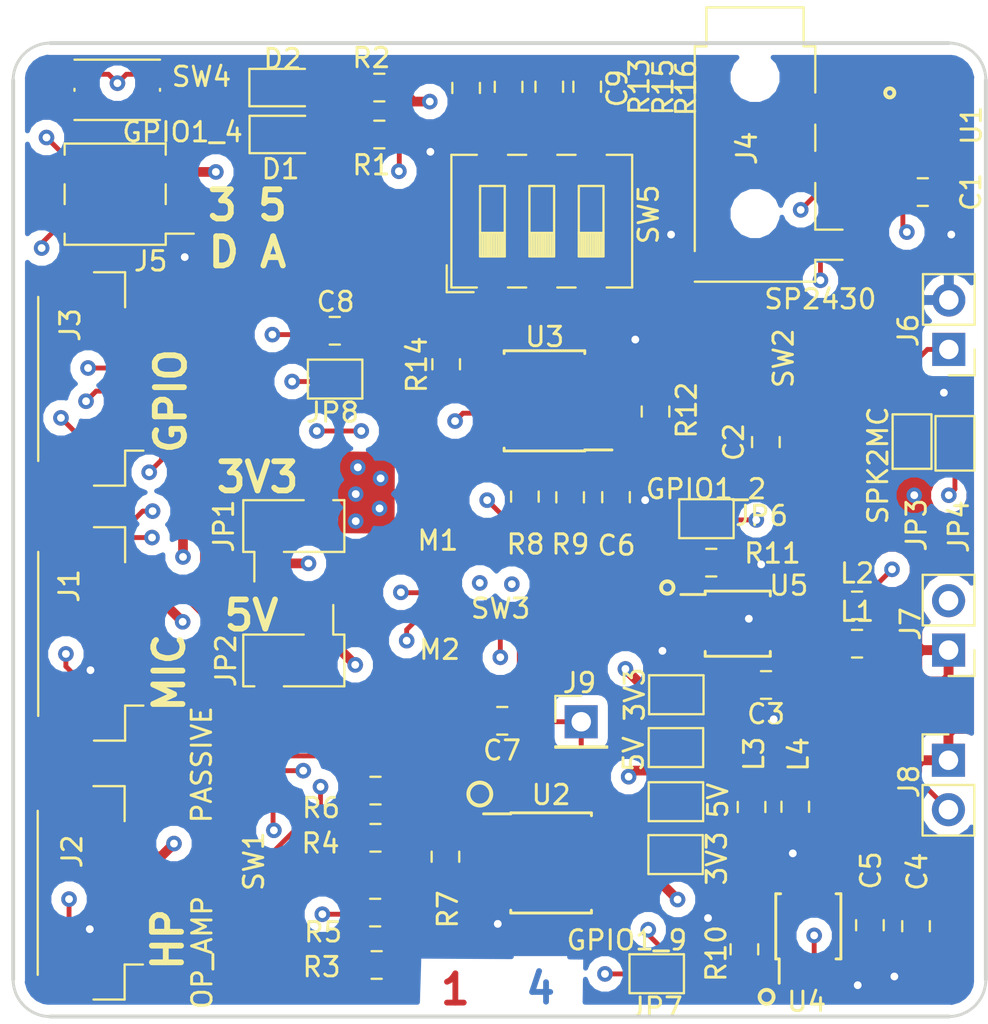
<source format=kicad_pcb>
(kicad_pcb (version 20171130) (host pcbnew "(5.0.0)")
  (layers (0 F.Cu signal) (1 In1.Cu signal) (2 In2.Cu signal) (31 B.Cu signal) (34 B.Paste user hide) (35 F.Paste user hide) (36 B.SilkS user) (37 F.SilkS user) (38 B.Mask user hide) (39 F.Mask user) (44 Edge.Cuts user))
  (net 0 "")
  (net 1 AGND)
  (net 2 3V3DC)
  (net 3 "Net-(C2-Pad2)")
  (net 4 "Net-(C2-Pad1)")
  (net 5 DGND)
  (net 6 5VDC)
  (net 7 "Net-(D1-Pad2)")
  (net 8 "Net-(D2-Pad2)")
  (net 9 "Net-(J1-Pad6)")
  (net 10 "Net-(J1-Pad5)")
  (net 11 MIC_1)
  (net 12 MIC_0)
  (net 13 HP_0)
  (net 14 HP_1)
  (net 15 GPIO1_2)
  (net 16 GPIO1_9)
  (net 17 GPIO1_4)
  (net 18 "Net-(J6-Pad1)")
  (net 19 AUD_OUT+)
  (net 20 AUD_OUT-)
  (net 21 ON_MONO1)
  (net 22 ON_MONO2)
  (net 23 "Net-(L1-Pad1)")
  (net 24 "Net-(L2-Pad1)")
  (net 25 "Net-(L3-Pad1)")
  (net 26 "Net-(L4-Pad1)")
  (net 27 "Net-(R3-Pad1)")
  (net 28 "Net-(R3-Pad2)")
  (net 29 "Net-(R4-Pad2)")
  (net 30 "Net-(R5-Pad1)")
  (net 31 "Net-(R6-Pad1)")
  (net 32 Mono1)
  (net 33 Mono2)
  (net 34 "Net-(U2-Pad1)")
  (net 35 "Net-(U2-Pad5)")
  (net 36 "Net-(U2-Pad8)")
  (net 37 "Net-(U3-Pad8)")
  (net 38 "Net-(U3-Pad5)")
  (net 39 "Net-(U3-Pad1)")
  (net 40 "Net-(U4-Pad2)")
  (net 41 "Net-(U5-Pad2)")
  (net 42 "Net-(C3-Pad2)")
  (net 43 "Net-(C4-Pad2)")
  (net 44 "Net-(C6-Pad1)")
  (net 45 "Net-(C7-Pad2)")
  (net 46 "Net-(C7-Pad1)")
  (net 47 "Net-(C8-Pad2)")
  (net 48 "Net-(C9-Pad1)")
  (net 49 "Net-(R13-Pad1)")
  (net 50 "Net-(R14-Pad2)")
  (net 51 "Net-(R15-Pad1)")
  (net 52 "Net-(R16-Pad1)")
  (net 53 "Net-(SW2-Pad3)")
  (module Connector_Audio:Jack_3.5mm_PJ320D_Horizontal (layer F.Cu) (at 138.1125 106.4895 270)
    (fp_text reference J4 (at -1.13284 0.42164 270) (layer F.SilkS))
    (fp_text value AudioJack4_Ground)
    (pad "" np_thru_hole circle (at 2.225 0 270) (size 1.5 1.5) (drill 1.5) (layers *.Cu *.Mask))
    (pad "" np_thru_hole circle (at -4.775 0 270) (size 1.5 1.5) (drill 1.5) (layers *.Cu *.Mask))
    (pad 3 smd rect (at -3.175 -3.25 270) (size 1.2 2.5) (layers F.Cu F.Paste F.Mask) (net 12 MIC_0))
    (pad 2 smd rect (at -0.175 -3.25 270) (size 1.2 2.5) (layers F.Cu F.Paste F.Mask) (net 14 HP_1))
    (pad 1 smd rect (at 3.825 -3.25 270) (size 1.2 2.5) (layers F.Cu F.Paste F.Mask) (net 13 HP_0))
    (pad 4 smd rect (at 4.925 3.25 270) (size 1.2 2.5) (layers F.Cu F.Paste F.Mask) (net 1 AGND))
  )
  (module Capacitor_SMD:C_0805_2012Metric_Pad1.15x1.40mm_HandSolder (layer F.Cu) (at 146.743181 107.607559)
    (fp_text reference C1 (at 2.481819 -0.000459 90) (layer F.SilkS))
    (fp_text value 0.1uF)
    (pad 2 smd roundrect (at 1.025 0) (size 1.15 1.4) (layers F.Cu F.Paste F.Mask) (roundrect_rratio 0.217391) (net 1 AGND))
    (pad 1 smd roundrect (at -1.025 0) (size 1.15 1.4) (layers F.Cu F.Paste F.Mask) (roundrect_rratio 0.217391) (net 2 3V3DC))
  )
  (module Capacitor_SMD:C_0805_2012Metric_Pad1.15x1.40mm_HandSolder (layer F.Cu) (at 138.6713 120.4595 90)
    (fp_text reference C2 (at 0 -1.65 90) (layer F.SilkS))
    (fp_text value 1uF)
    (pad 2 smd roundrect (at 1.025 0 90) (size 1.15 1.4) (layers F.Cu F.Paste F.Mask) (roundrect_rratio 0.217391) (net 3 "Net-(C2-Pad2)"))
    (pad 1 smd roundrect (at -1.025 0 90) (size 1.15 1.4) (layers F.Cu F.Paste F.Mask) (roundrect_rratio 0.217391) (net 4 "Net-(C2-Pad1)"))
  )
  (module Capacitor_SMD:C_0805_2012Metric_Pad1.15x1.40mm_HandSolder (layer F.Cu) (at 138.67892 132.9436 180)
    (fp_text reference C3 (at 0 -1.49606 180) (layer F.SilkS))
    (fp_text value 1uF)
    (pad 2 smd roundrect (at 1.025 0 180) (size 1.15 1.4) (layers F.Cu F.Paste F.Mask) (roundrect_rratio 0.217391) (net 42 "Net-(C3-Pad2)"))
    (pad 1 smd roundrect (at -1.025 0 180) (size 1.15 1.4) (layers F.Cu F.Paste F.Mask) (roundrect_rratio 0.217391) (net 1 AGND))
  )
  (module Capacitor_SMD:C_0805_2012Metric_Pad1.15x1.40mm_HandSolder (layer F.Cu) (at 146.39544 145.34504 90)
    (fp_text reference C4 (at 2.80024 0.06096 90) (layer F.SilkS))
    (fp_text value 10uF)
    (pad 2 smd roundrect (at 1.025 0 90) (size 1.15 1.4) (layers F.Cu F.Paste F.Mask) (roundrect_rratio 0.217391) (net 43 "Net-(C4-Pad2)"))
    (pad 1 smd roundrect (at -1.025 0 90) (size 1.15 1.4) (layers F.Cu F.Paste F.Mask) (roundrect_rratio 0.217391) (net 1 AGND))
  )
  (module Capacitor_SMD:C_0805_2012Metric_Pad1.15x1.40mm_HandSolder (layer F.Cu) (at 144.02308 145.29308 90)
    (fp_text reference C5 (at 2.81178 0.04572 90) (layer F.SilkS))
    (fp_text value 0.1uF)
    (pad 2 smd roundrect (at 1.025 0 90) (size 1.15 1.4) (layers F.Cu F.Paste F.Mask) (roundrect_rratio 0.217391) (net 43 "Net-(C4-Pad2)"))
    (pad 1 smd roundrect (at -1.025 0 90) (size 1.15 1.4) (layers F.Cu F.Paste F.Mask) (roundrect_rratio 0.217391) (net 1 AGND))
  )
  (module LED_SMD:LED_0805_2012Metric_Pad1.15x1.40mm_HandSolder (layer F.Cu) (at 113.9698 104.648)
    (fp_text reference D1 (at -0.2667 1.778) (layer F.SilkS))
    (fp_text value LED)
    (pad 2 smd roundrect (at 1.025 0) (size 1.15 1.4) (layers F.Cu F.Paste F.Mask) (roundrect_rratio 0.217391) (net 7 "Net-(D1-Pad2)"))
    (pad 1 smd roundrect (at -1.025 0) (size 1.15 1.4) (layers F.Cu F.Paste F.Mask) (roundrect_rratio 0.217391) (net 5 DGND))
  )
  (module LED_SMD:LED_0805_2012Metric_Pad1.15x1.40mm_HandSolder (layer F.Cu) (at 113.9608 102.235)
    (fp_text reference D2 (at -0.1561 -1.4732) (layer F.SilkS))
    (fp_text value LED)
    (pad 2 smd roundrect (at 1.025 0) (size 1.15 1.4) (layers F.Cu F.Paste F.Mask) (roundrect_rratio 0.217391) (net 8 "Net-(D2-Pad2)"))
    (pad 1 smd roundrect (at -1.025 0) (size 1.15 1.4) (layers F.Cu F.Paste F.Mask) (roundrect_rratio 0.217391) (net 5 DGND))
  )
  (module Connector_JST:JST_GH_BM06B-GHS-TBT_1x06-1MP_P1.25mm_Vertical (layer F.Cu) (at 103.8479 130.31978 90)
    (fp_text reference J1 (at 2.46888 -1.016 90) (layer F.SilkS))
    (fp_text value Conn_01x06_Male)
    (pad MP smd rect (at 4.975 -1.4 90) (size 1 2.8) (layers F.Cu F.Paste F.Mask))
    (pad MP smd rect (at -4.975 -1.4 90) (size 1 2.8) (layers F.Cu F.Paste F.Mask))
    (pad 6 smd rect (at 3.125 1.95 90) (size 0.6 1.7) (layers F.Cu F.Paste F.Mask) (net 9 "Net-(J1-Pad6)"))
    (pad 5 smd rect (at 1.875 1.95 90) (size 0.6 1.7) (layers F.Cu F.Paste F.Mask) (net 10 "Net-(J1-Pad5)"))
    (pad 4 smd rect (at 0.625 1.95 90) (size 0.6 1.7) (layers F.Cu F.Paste F.Mask) (net 11 MIC_1))
    (pad 3 smd rect (at -0.625 1.95 90) (size 0.6 1.7) (layers F.Cu F.Paste F.Mask) (net 12 MIC_0))
    (pad 2 smd rect (at -1.875 1.95 90) (size 0.6 1.7) (layers F.Cu F.Paste F.Mask) (net 1 AGND))
    (pad 1 smd rect (at -3.125 1.95 90) (size 0.6 1.7) (layers F.Cu F.Paste F.Mask) (net 5 DGND))
  )
  (module Connector_JST:JST_GH_BM06B-GHS-TBT_1x06-1MP_P1.25mm_Vertical (layer F.Cu) (at 103.8225 143.62938 90)
    (fp_text reference J2 (at 2.12598 -0.8382 90) (layer F.SilkS))
    (fp_text value Conn_01x06_Male)
    (pad MP smd rect (at 4.975 -1.4 90) (size 1 2.8) (layers F.Cu F.Paste F.Mask))
    (pad MP smd rect (at -4.975 -1.4 90) (size 1 2.8) (layers F.Cu F.Paste F.Mask))
    (pad 6 smd rect (at 3.125 1.95 90) (size 0.6 1.7) (layers F.Cu F.Paste F.Mask) (net 9 "Net-(J1-Pad6)"))
    (pad 5 smd rect (at 1.875 1.95 90) (size 0.6 1.7) (layers F.Cu F.Paste F.Mask) (net 10 "Net-(J1-Pad5)"))
    (pad 4 smd rect (at 0.625 1.95 90) (size 0.6 1.7) (layers F.Cu F.Paste F.Mask) (net 14 HP_1))
    (pad 3 smd rect (at -0.625 1.95 90) (size 0.6 1.7) (layers F.Cu F.Paste F.Mask) (net 13 HP_0))
    (pad 2 smd rect (at -1.875 1.95 90) (size 0.6 1.7) (layers F.Cu F.Paste F.Mask) (net 1 AGND))
    (pad 1 smd rect (at -3.125 1.95 90) (size 0.6 1.7) (layers F.Cu F.Paste F.Mask) (net 5 DGND))
  )
  (module Connector_JST:JST_GH_BM06B-GHS-TBT_1x06-1MP_P1.25mm_Vertical (layer F.Cu) (at 103.8479 117.21338 90)
    (fp_text reference J3 (at 2.77368 -0.9652 90) (layer F.SilkS))
    (fp_text value Conn_01x06_Male)
    (pad MP smd rect (at 4.975 -1.4 90) (size 1 2.8) (layers F.Cu F.Paste F.Mask))
    (pad MP smd rect (at -4.975 -1.4 90) (size 1 2.8) (layers F.Cu F.Paste F.Mask))
    (pad 6 smd rect (at 3.125 1.95 90) (size 0.6 1.7) (layers F.Cu F.Paste F.Mask) (net 9 "Net-(J1-Pad6)"))
    (pad 5 smd rect (at 1.875 1.95 90) (size 0.6 1.7) (layers F.Cu F.Paste F.Mask) (net 10 "Net-(J1-Pad5)"))
    (pad 4 smd rect (at 0.625 1.95 90) (size 0.6 1.7) (layers F.Cu F.Paste F.Mask) (net 17 GPIO1_4))
    (pad 3 smd rect (at -0.625 1.95 90) (size 0.6 1.7) (layers F.Cu F.Paste F.Mask) (net 16 GPIO1_9))
    (pad 2 smd rect (at -1.875 1.95 90) (size 0.6 1.7) (layers F.Cu F.Paste F.Mask) (net 15 GPIO1_2))
    (pad 1 smd rect (at -3.125 1.95 90) (size 0.6 1.7) (layers F.Cu F.Paste F.Mask) (net 5 DGND))
  )
  (module Connector_PinHeader_2.54mm:PinHeader_2x02_P2.54mm_Vertical_SMD (layer F.Cu) (at 105.19688 107.71632 180)
    (fp_text reference J5 (at -1.82602 -3.44678 180) (layer F.SilkS))
    (fp_text value Conn_01x04_Female)
    (pad 4 smd rect (at 2.525 1.27 180) (size 3.15 1) (layers F.Cu F.Paste F.Mask) (net 2 3V3DC))
    (pad 3 smd rect (at -2.525 1.27 180) (size 3.15 1) (layers F.Cu F.Paste F.Mask) (net 6 5VDC))
    (pad 2 smd rect (at 2.525 -1.27 180) (size 3.15 1) (layers F.Cu F.Paste F.Mask) (net 5 DGND))
    (pad 1 smd rect (at -2.525 -1.27 180) (size 3.15 1) (layers F.Cu F.Paste F.Mask) (net 1 AGND))
  )
  (module Connector_PinHeader_2.54mm:PinHeader_1x02_P2.54mm_Vertical (layer F.Cu) (at 148.082 115.697 180)
    (fp_text reference J6 (at 2.0828 0.9779 270) (layer F.SilkS))
    (fp_text value Conn_01x02_Female)
    (pad 2 thru_hole oval (at 0 2.54 180) (size 1.7 1.7) (drill 1) (layers *.Cu *.Mask) (net 1 AGND))
    (pad 1 thru_hole rect (at 0 0 180) (size 1.7 1.7) (drill 1) (layers *.Cu *.Mask) (net 18 "Net-(J6-Pad1)"))
  )
  (module Connector_PinHeader_2.54mm:PinHeader_1x02_P2.54mm_Vertical (layer F.Cu) (at 148.0693 131.1529 180)
    (fp_text reference J7 (at 1.9558 1.3462 270) (layer F.SilkS))
    (fp_text value Conn_01x02_Female)
    (pad 2 thru_hole oval (at 0 2.54 180) (size 1.7 1.7) (drill 1) (layers *.Cu *.Mask) (net 20 AUD_OUT-))
    (pad 1 thru_hole rect (at 0 0 180) (size 1.7 1.7) (drill 1) (layers *.Cu *.Mask) (net 19 AUD_OUT+))
  )
  (module Connector_PinHeader_2.54mm:PinHeader_1x02_P2.54mm_Vertical (layer F.Cu) (at 148.06168 136.81456)
    (fp_text reference J8 (at -2.02438 1.09474 90) (layer F.SilkS))
    (fp_text value Conn_01x02_Female)
    (pad 2 thru_hole oval (at 0 2.54) (size 1.7 1.7) (drill 1) (layers *.Cu *.Mask) (net 20 AUD_OUT-))
    (pad 1 thru_hole rect (at 0 0) (size 1.7 1.7) (drill 1) (layers *.Cu *.Mask) (net 19 AUD_OUT+))
  )
  (module Connector_PinHeader_2.54mm:PinHeader_1x01_P2.54mm_Vertical (layer F.Cu) (at 129.1717 134.8359)
    (fp_text reference J9 (at -0.0889 -1.99898) (layer F.SilkS))
    (fp_text value Conn_01x01_Female)
    (pad 1 thru_hole rect (at 0 0) (size 1.7 1.7) (drill 1) (layers *.Cu *.Mask) (net 45 "Net-(C7-Pad2)"))
  )
  (module Connector_PinHeader_2.54mm:PinHeader_1x02_P2.54mm_Vertical_SMD_Pin1Left (layer F.Cu) (at 114.38636 124.77496 90)
    (fp_text reference JP1 (at 0 -3.6 90) (layer F.SilkS))
    (fp_text value Jumper)
    (pad 2 smd rect (at 1.655 1.27 90) (size 2.51 1) (layers F.Cu F.Paste F.Mask) (net 2 3V3DC))
    (pad 1 smd rect (at -1.655 -1.27 90) (size 2.51 1) (layers F.Cu F.Paste F.Mask) (net 10 "Net-(J1-Pad5)"))
  )
  (module Connector_PinHeader_2.54mm:PinHeader_1x02_P2.54mm_Vertical_SMD_Pin1Left (layer F.Cu) (at 114.38636 131.68376 270)
    (fp_text reference JP2 (at 0.0127 3.48742 270) (layer F.SilkS))
    (fp_text value Jumper)
    (pad 2 smd rect (at 1.655 1.27 270) (size 2.51 1) (layers F.Cu F.Paste F.Mask) (net 9 "Net-(J1-Pad6)"))
    (pad 1 smd rect (at -1.655 -1.27 270) (size 2.51 1) (layers F.Cu F.Paste F.Mask) (net 6 5VDC))
  )
  (module Jumper:SolderJumper-2_P1.3mm_Open_TrianglePad1.0x1.5mm (layer F.Cu) (at 146.1897 120.433 270)
    (fp_text reference JP3 (at 4.2926 -0.2286 270) (layer F.SilkS))
    (fp_text value SolderJumper_2_Open)
    (pad 1 smd custom (at -0.725 0 270) (size 0.3 0.3) (layers F.Cu F.Mask) (net 18 "Net-(J6-Pad1)") (options (clearance outline) (anchor rect)) (primitives (gr_poly (pts (xy -0.5 -0.75) (xy 0.5 -0.75) (xy 1 0) (xy 0.5 0.75) (xy -0.5 0.75)) (width 0))))
    (pad 2 smd custom (at 0.725 0 270) (size 0.3 0.3) (layers F.Cu F.Mask) (net 19 AUD_OUT+) (options (clearance outline) (anchor rect)) (primitives (gr_poly (pts (xy -0.65 -0.75) (xy 0.5 -0.75) (xy 0.5 0.75) (xy -0.65 0.75) (xy -0.15 0)) (width 0))))
  )
  (module Jumper:SolderJumper-2_P1.3mm_Open_TrianglePad1.0x1.5mm (layer F.Cu) (at 148.396648 120.523 270)
    (fp_text reference JP4 (at 4.2799 -0.193352 270) (layer F.SilkS))
    (fp_text value SolderJumper_2_Open)
    (pad 1 smd custom (at -0.725 0 270) (size 0.3 0.3) (layers F.Cu F.Mask) (net 1 AGND) (options (clearance outline) (anchor rect)) (primitives (gr_poly (pts (xy -0.5 -0.75) (xy 0.5 -0.75) (xy 1 0) (xy 0.5 0.75) (xy -0.5 0.75)) (width 0))))
    (pad 2 smd custom (at 0.725 0 270) (size 0.3 0.3) (layers F.Cu F.Mask) (net 20 AUD_OUT-) (options (clearance outline) (anchor rect)) (primitives (gr_poly (pts (xy -0.65 -0.75) (xy 0.5 -0.75) (xy 0.5 0.75) (xy -0.65 0.75) (xy -0.15 0)) (width 0))))
  )
  (module Jumper:SolderJumper-2_P1.3mm_Open_TrianglePad1.0x1.5mm (layer F.Cu) (at 135.6117 124.3965 180)
    (fp_text reference JP6 (at -2.83862 0.14986 180) (layer F.SilkS))
    (fp_text value SolderJumper_2_Open)
    (pad 1 smd custom (at -0.725 0 180) (size 0.3 0.3) (layers F.Cu F.Mask) (net 15 GPIO1_2) (options (clearance outline) (anchor rect)) (primitives (gr_poly (pts (xy -0.5 -0.75) (xy 0.5 -0.75) (xy 1 0) (xy 0.5 0.75) (xy -0.5 0.75)) (width 0))))
    (pad 2 smd custom (at 0.725 0 180) (size 0.3 0.3) (layers F.Cu F.Mask) (net 21 ON_MONO1) (options (clearance outline) (anchor rect)) (primitives (gr_poly (pts (xy -0.65 -0.75) (xy 0.5 -0.75) (xy 0.5 0.75) (xy -0.65 0.75) (xy -0.15 0)) (width 0))))
  )
  (module Jumper:SolderJumper-2_P1.3mm_Open_TrianglePad1.0x1.5mm (layer F.Cu) (at 133.05536 147.78736)
    (fp_text reference JP7 (at -0.02032 1.73482) (layer F.SilkS))
    (fp_text value SolderJumper_2_Open)
    (pad 1 smd custom (at -0.725 0) (size 0.3 0.3) (layers F.Cu F.Mask) (net 16 GPIO1_9) (options (clearance outline) (anchor rect)) (primitives (gr_poly (pts (xy -0.5 -0.75) (xy 0.5 -0.75) (xy 1 0) (xy 0.5 0.75) (xy -0.5 0.75)) (width 0))))
    (pad 2 smd custom (at 0.725 0) (size 0.3 0.3) (layers F.Cu F.Mask) (net 22 ON_MONO2) (options (clearance outline) (anchor rect)) (primitives (gr_poly (pts (xy -0.65 -0.75) (xy 0.5 -0.75) (xy 0.5 0.75) (xy -0.65 0.75) (xy -0.15 0)) (width 0))))
  )
  (module Jumper:SolderJumper-2_P1.3mm_Open_TrianglePad1.0x1.5mm (layer F.Cu) (at 116.5109 117.221)
    (fp_text reference JP8 (at -0.1281 1.7145) (layer F.SilkS))
    (fp_text value SolderJumper_2_Open)
    (pad 1 smd custom (at -0.725 0) (size 0.3 0.3) (layers F.Cu F.Mask) (net 11 MIC_1) (options (clearance outline) (anchor rect)) (primitives (gr_poly (pts (xy -0.5 -0.75) (xy 0.5 -0.75) (xy 1 0) (xy 0.5 0.75) (xy -0.5 0.75)) (width 0))))
    (pad 2 smd custom (at 0.725 0) (size 0.3 0.3) (layers F.Cu F.Mask) (net 47 "Net-(C8-Pad2)") (options (clearance outline) (anchor rect)) (primitives (gr_poly (pts (xy -0.65 -0.75) (xy 0.5 -0.75) (xy 0.5 0.75) (xy -0.65 0.75) (xy -0.15 0)) (width 0))))
  )
  (module New_Library:CS-4-22YB (layer F.Cu) (at 113.3186 138.68908 180)
    (fp_text reference SW1 (at 0.9871 -3.31216 270) (layer F.SilkS))
    (fp_text value CS-4-22YTB)
    (pad 6 smd rect (at 0 -6.5 180) (size 0.6 1.5) (layers F.Cu F.Paste F.Mask) (net 29 "Net-(R4-Pad2)"))
    (pad 5 smd rect (at 1.3 -6.5 180) (size 0.6 1.5) (layers F.Cu F.Paste F.Mask) (net 13 HP_0))
    (pad 4 smd rect (at 2.6 -6.5 180) (size 0.6 1.5) (layers F.Cu F.Paste F.Mask) (net 27 "Net-(R3-Pad1)"))
    (pad 3 smd rect (at 2.6 0 180) (size 0.6 1.5) (layers F.Cu F.Paste F.Mask) (net 31 "Net-(R6-Pad1)"))
    (pad 2 smd rect (at 1.3 0 180) (size 0.6 1.5) (layers F.Cu F.Paste F.Mask) (net 14 HP_1))
    (pad 1 smd rect (at 0 0 180) (size 0.6 1.5) (layers F.Cu F.Paste F.Mask) (net 30 "Net-(R5-Pad1)"))
  )
  (module New_Library:CS-4-12XA (layer F.Cu) (at 141.5415 117.158 90)
    (fp_text reference SW2 (at 1.00888 -1.96342 90) (layer F.SilkS))
    (fp_text value CS-4-12XTA)
    (pad 1 smd rect (at 1.175 -4 90) (size 1.6 2) (layers F.Cu F.Paste F.Mask) (net 3 "Net-(C2-Pad2)"))
    (pad 3 smd rect (at 2.35 0 90) (size 1.6 2) (layers F.Cu F.Paste F.Mask) (net 53 "Net-(SW2-Pad3)"))
    (pad 2 smd rect (at 0 0 90) (size 1.6 2) (layers F.Cu F.Paste F.Mask) (net 18 "Net-(J6-Pad1)"))
  )
  (module New_Library:CS-4-22YB (layer F.Cu) (at 128.4351 129.5019 90)
    (fp_text reference SW3 (at 0.48768 -3.41122 180) (layer F.SilkS))
    (fp_text value CS-4-22YTB)
    (pad 6 smd rect (at 0 -6.5 90) (size 0.6 1.5) (layers F.Cu F.Paste F.Mask) (net 22 ON_MONO2))
    (pad 5 smd rect (at 1.3 -6.5 90) (size 0.6 1.5) (layers F.Cu F.Paste F.Mask) (net 2 3V3DC))
    (pad 4 smd rect (at 2.6 -6.5 90) (size 0.6 1.5) (layers F.Cu F.Paste F.Mask) (net 21 ON_MONO1))
    (pad 3 smd rect (at 2.6 0 90) (size 0.6 1.5) (layers F.Cu F.Paste F.Mask) (net 33 Mono2))
    (pad 2 smd rect (at 1.3 0 90) (size 0.6 1.5) (layers F.Cu F.Paste F.Mask) (net 46 "Net-(C7-Pad1)"))
    (pad 1 smd rect (at 0 0 90) (size 0.6 1.5) (layers F.Cu F.Paste F.Mask) (net 32 Mono1))
  )
  (module New_Library:SPW2430 (layer F.Cu) (at 147.8915 104.902 90)
    (fp_text reference U1 (at 0.7239 1.3589 90) (layer F.SilkS))
    (fp_text value spw2430)
    (pad 1 smd rect (at 1.35 -2.19 180) (size 0.66 0.9) (layers F.Cu F.Paste F.Mask) (net 53 "Net-(SW2-Pad3)"))
    (pad 4 smd rect (at 0 -2.19 180) (size 0.66 0.9) (layers F.Cu F.Paste F.Mask) (net 2 3V3DC))
    (pad 2 smd rect (at 1.35 0 180) (size 0.66 0.9) (layers F.Cu F.Paste F.Mask) (net 1 AGND))
    (pad 3 smd rect (at 0 0 90) (size 0.9 0.66) (layers F.Cu F.Paste F.Mask) (net 1 AGND))
  )
  (module Package_SO:SOIC-8_3.9x4.9mm_P1.27mm (layer F.Cu) (at 127.6223 142.09268)
    (fp_text reference U2 (at 0 -3.5) (layer F.SilkS))
    (fp_text value OPA1641)
    (pad 8 smd rect (at 2.7 -1.905) (size 1.55 0.6) (layers F.Cu F.Paste F.Mask) (net 36 "Net-(U2-Pad8)"))
    (pad 7 smd rect (at 2.7 -0.635) (size 1.55 0.6) (layers F.Cu F.Paste F.Mask) (net 2 3V3DC))
    (pad 6 smd rect (at 2.7 0.635) (size 1.55 0.6) (layers F.Cu F.Paste F.Mask) (net 45 "Net-(C7-Pad2)"))
    (pad 5 smd rect (at 2.7 1.905) (size 1.55 0.6) (layers F.Cu F.Paste F.Mask) (net 35 "Net-(U2-Pad5)"))
    (pad 4 smd rect (at -2.7 1.905) (size 1.55 0.6) (layers F.Cu F.Paste F.Mask) (net 1 AGND))
    (pad 3 smd rect (at -2.7 0.635) (size 1.55 0.6) (layers F.Cu F.Paste F.Mask) (net 1 AGND))
    (pad 2 smd rect (at -2.7 -0.635) (size 1.55 0.6) (layers F.Cu F.Paste F.Mask) (net 28 "Net-(R3-Pad2)"))
    (pad 1 smd rect (at -2.7 -1.905) (size 1.55 0.6) (layers F.Cu F.Paste F.Mask) (net 34 "Net-(U2-Pad1)"))
  )
  (module Package_SO:SOIC-8_3.9x4.9mm_P1.27mm (layer F.Cu) (at 127.2794 118.3386 180)
    (fp_text reference U3 (at -0.0127 3.2893 180) (layer F.SilkS))
    (fp_text value OPA1641)
    (pad 8 smd rect (at 2.7 -1.905 180) (size 1.55 0.6) (layers F.Cu F.Paste F.Mask) (net 37 "Net-(U3-Pad8)"))
    (pad 7 smd rect (at 2.7 -0.635 180) (size 1.55 0.6) (layers F.Cu F.Paste F.Mask) (net 2 3V3DC))
    (pad 6 smd rect (at 2.7 0.635 180) (size 1.55 0.6) (layers F.Cu F.Paste F.Mask) (net 47 "Net-(C8-Pad2)"))
    (pad 5 smd rect (at 2.7 1.905 180) (size 1.55 0.6) (layers F.Cu F.Paste F.Mask) (net 38 "Net-(U3-Pad5)"))
    (pad 4 smd rect (at -2.7 1.905 180) (size 1.55 0.6) (layers F.Cu F.Paste F.Mask) (net 1 AGND))
    (pad 3 smd rect (at -2.7 0.635 180) (size 1.55 0.6) (layers F.Cu F.Paste F.Mask) (net 4 "Net-(C2-Pad1)"))
    (pad 2 smd rect (at -2.7 -0.635 180) (size 1.55 0.6) (layers F.Cu F.Paste F.Mask) (net 50 "Net-(R14-Pad2)"))
    (pad 1 smd rect (at -2.7 -1.905 180) (size 1.55 0.6) (layers F.Cu F.Paste F.Mask) (net 39 "Net-(U3-Pad1)"))
  )
  (module Package_SO:MSOP-8_3x3mm_P0.65mm (layer F.Cu) (at 140.8557 145.3515 90)
    (fp_text reference U4 (at -3.8735 -0.0889 180) (layer F.SilkS))
    (fp_text value SSM2305)
    (pad 8 smd rect (at 2.2 -0.975 90) (size 1.45 0.45) (layers F.Cu F.Paste F.Mask) (net 25 "Net-(L3-Pad1)"))
    (pad 7 smd rect (at 2.2 -0.325 90) (size 1.45 0.45) (layers F.Cu F.Paste F.Mask) (net 1 AGND))
    (pad 6 smd rect (at 2.2 0.325 90) (size 1.45 0.45) (layers F.Cu F.Paste F.Mask) (net 43 "Net-(C4-Pad2)"))
    (pad 5 smd rect (at 2.2 0.975 90) (size 1.45 0.45) (layers F.Cu F.Paste F.Mask) (net 26 "Net-(L4-Pad1)"))
    (pad 4 smd rect (at -2.2 0.975 90) (size 1.45 0.45) (layers F.Cu F.Paste F.Mask) (net 1 AGND))
    (pad 3 smd rect (at -2.2 0.325 90) (size 1.45 0.45) (layers F.Cu F.Paste F.Mask) (net 33 Mono2))
    (pad 2 smd rect (at -2.2 -0.325 90) (size 1.45 0.45) (layers F.Cu F.Paste F.Mask) (net 40 "Net-(U4-Pad2)"))
    (pad 1 smd rect (at -2.2 -0.975 90) (size 1.45 0.45) (layers F.Cu F.Paste F.Mask) (net 22 ON_MONO2))
  )
  (module Package_SO:MSOP-8_3x3mm_P0.65mm (layer F.Cu) (at 137.2235 129.794)
    (fp_text reference U5 (at 2.62636 -1.96088) (layer F.SilkS))
    (fp_text value PAM8302AAS)
    (pad 8 smd rect (at 2.2 -0.975) (size 1.45 0.45) (layers F.Cu F.Paste F.Mask) (net 24 "Net-(L2-Pad1)"))
    (pad 7 smd rect (at 2.2 -0.325) (size 1.45 0.45) (layers F.Cu F.Paste F.Mask) (net 1 AGND))
    (pad 6 smd rect (at 2.2 0.325) (size 1.45 0.45) (layers F.Cu F.Paste F.Mask) (net 42 "Net-(C3-Pad2)"))
    (pad 5 smd rect (at 2.2 0.975) (size 1.45 0.45) (layers F.Cu F.Paste F.Mask) (net 23 "Net-(L1-Pad1)"))
    (pad 4 smd rect (at -2.2 0.975) (size 1.45 0.45) (layers F.Cu F.Paste F.Mask) (net 1 AGND))
    (pad 3 smd rect (at -2.2 0.325) (size 1.45 0.45) (layers F.Cu F.Paste F.Mask) (net 32 Mono1))
    (pad 2 smd rect (at -2.2 -0.325) (size 1.45 0.45) (layers F.Cu F.Paste F.Mask) (net 41 "Net-(U5-Pad2)"))
    (pad 1 smd rect (at -2.2 -0.975) (size 1.45 0.45) (layers F.Cu F.Paste F.Mask) (net 21 ON_MONO1))
  )
  (module Resistor_SMD:R_0805_2012Metric_Pad1.15x1.40mm_HandSolder (layer F.Cu) (at 143.3613 130.8227)
    (fp_text reference L1 (at 0 -1.65) (layer F.SilkS))
    (fp_text value Ferrite_Bead_Small)
    (pad 2 smd roundrect (at 1.025 0) (size 1.15 1.4) (layers F.Cu F.Paste F.Mask) (roundrect_rratio 0.217391) (net 19 AUD_OUT+))
    (pad 1 smd roundrect (at -1.025 0) (size 1.15 1.4) (layers F.Cu F.Paste F.Mask) (roundrect_rratio 0.217391) (net 23 "Net-(L1-Pad1)"))
  )
  (module Resistor_SMD:R_0805_2012Metric_Pad1.15x1.40mm_HandSolder (layer F.Cu) (at 143.3613 128.8542)
    (fp_text reference L2 (at 0 -1.65) (layer F.SilkS))
    (fp_text value Ferrite_Bead_Small)
    (pad 2 smd roundrect (at 1.025 0) (size 1.15 1.4) (layers F.Cu F.Paste F.Mask) (roundrect_rratio 0.217391) (net 20 AUD_OUT-))
    (pad 1 smd roundrect (at -1.025 0) (size 1.15 1.4) (layers F.Cu F.Paste F.Mask) (roundrect_rratio 0.217391) (net 24 "Net-(L2-Pad1)"))
  )
  (module Resistor_SMD:R_0805_2012Metric_Pad1.15x1.40mm_HandSolder (layer F.Cu) (at 137.9347 139.2174 90)
    (fp_text reference L3 (at 2.7305 0.127 90) (layer F.SilkS))
    (fp_text value Ferrite_Bead_Small)
    (pad 2 smd roundrect (at 1.025 0 90) (size 1.15 1.4) (layers F.Cu F.Paste F.Mask) (roundrect_rratio 0.217391) (net 19 AUD_OUT+))
    (pad 1 smd roundrect (at -1.025 0 90) (size 1.15 1.4) (layers F.Cu F.Paste F.Mask) (roundrect_rratio 0.217391) (net 25 "Net-(L3-Pad1)"))
  )
  (module Resistor_SMD:R_0805_2012Metric_Pad1.15x1.40mm_HandSolder (layer F.Cu) (at 140.1826 139.2047 90)
    (fp_text reference L4 (at 2.6924 0.1651 90) (layer F.SilkS))
    (fp_text value Ferrite_Bead_Small)
    (pad 2 smd roundrect (at 1.025 0 90) (size 1.15 1.4) (layers F.Cu F.Paste F.Mask) (roundrect_rratio 0.217391) (net 20 AUD_OUT-))
    (pad 1 smd roundrect (at -1.025 0 90) (size 1.15 1.4) (layers F.Cu F.Paste F.Mask) (roundrect_rratio 0.217391) (net 26 "Net-(L4-Pad1)"))
  )
  (module Resistor_SMD:R_0805_2012Metric_Pad1.15x1.40mm_HandSolder (layer F.Cu) (at 118.7868 104.648 180)
    (fp_text reference R1 (at 0.4101 -1.5748 180) (layer F.SilkS))
    (fp_text value R)
    (pad 2 smd roundrect (at 1.025 0 180) (size 1.15 1.4) (layers F.Cu F.Paste F.Mask) (roundrect_rratio 0.217391) (net 7 "Net-(D1-Pad2)"))
    (pad 1 smd roundrect (at -1.025 0 180) (size 1.15 1.4) (layers F.Cu F.Paste F.Mask) (roundrect_rratio 0.217391) (net 2 3V3DC))
  )
  (module Resistor_SMD:R_0805_2012Metric_Pad1.15x1.40mm_HandSolder (layer F.Cu) (at 118.7868 102.235 180)
    (fp_text reference R2 (at 0.4101 1.524 180) (layer F.SilkS))
    (fp_text value R)
    (pad 2 smd roundrect (at 1.025 0 180) (size 1.15 1.4) (layers F.Cu F.Paste F.Mask) (roundrect_rratio 0.217391) (net 8 "Net-(D2-Pad2)"))
    (pad 1 smd roundrect (at -1.025 0 180) (size 1.15 1.4) (layers F.Cu F.Paste F.Mask) (roundrect_rratio 0.217391) (net 6 5VDC))
  )
  (module Resistor_SMD:R_0805_2012Metric_Pad1.15x1.40mm_HandSolder (layer F.Cu) (at 118.6471 147.33778)
    (fp_text reference R3 (at -2.83326 0.10414) (layer F.SilkS))
    (fp_text value 10k)
    (pad 2 smd roundrect (at 1.025 0) (size 1.15 1.4) (layers F.Cu F.Paste F.Mask) (roundrect_rratio 0.217391) (net 28 "Net-(R3-Pad2)"))
    (pad 1 smd roundrect (at -1.025 0) (size 1.15 1.4) (layers F.Cu F.Paste F.Mask) (roundrect_rratio 0.217391) (net 27 "Net-(R3-Pad1)"))
  )
  (module Resistor_SMD:R_0805_2012Metric_Pad1.15x1.40mm_HandSolder (layer F.Cu) (at 118.58868 140.79982 180)
    (fp_text reference R4 (at 2.82818 -0.28448 180) (layer F.SilkS))
    (fp_text value R)
    (pad 2 smd roundrect (at 1.025 0 180) (size 1.15 1.4) (layers F.Cu F.Paste F.Mask) (roundrect_rratio 0.217391) (net 29 "Net-(R4-Pad2)"))
    (pad 1 smd roundrect (at -1.025 0 180) (size 1.15 1.4) (layers F.Cu F.Paste F.Mask) (roundrect_rratio 0.217391) (net 45 "Net-(C7-Pad2)"))
  )
  (module Resistor_SMD:R_0805_2012Metric_Pad1.15x1.40mm_HandSolder (layer F.Cu) (at 118.5709 144.64538)
    (fp_text reference R5 (at -2.67578 1.00838) (layer F.SilkS))
    (fp_text value 10k)
    (pad 2 smd roundrect (at 1.025 0) (size 1.15 1.4) (layers F.Cu F.Paste F.Mask) (roundrect_rratio 0.217391) (net 28 "Net-(R3-Pad2)"))
    (pad 1 smd roundrect (at -1.025 0) (size 1.15 1.4) (layers F.Cu F.Paste F.Mask) (roundrect_rratio 0.217391) (net 30 "Net-(R5-Pad1)"))
  )
  (module Resistor_SMD:R_0805_2012Metric_Pad1.15x1.40mm_HandSolder (layer F.Cu) (at 118.58868 138.37412)
    (fp_text reference R6 (at -2.80024 0.89154) (layer F.SilkS))
    (fp_text value R)
    (pad 2 smd roundrect (at 1.025 0) (size 1.15 1.4) (layers F.Cu F.Paste F.Mask) (roundrect_rratio 0.217391) (net 45 "Net-(C7-Pad2)"))
    (pad 1 smd roundrect (at -1.025 0) (size 1.15 1.4) (layers F.Cu F.Paste F.Mask) (roundrect_rratio 0.217391) (net 31 "Net-(R6-Pad1)"))
  )
  (module Resistor_SMD:R_0805_2012Metric_Pad1.15x1.40mm_HandSolder (layer F.Cu) (at 122.1867 141.7738 90)
    (fp_text reference R7 (at -2.70394 0.11938 90) (layer F.SilkS))
    (fp_text value 100)
    (pad 2 smd roundrect (at 1.025 0 90) (size 1.15 1.4) (layers F.Cu F.Paste F.Mask) (roundrect_rratio 0.217391) (net 45 "Net-(C7-Pad2)"))
    (pad 1 smd roundrect (at -1.025 0 90) (size 1.15 1.4) (layers F.Cu F.Paste F.Mask) (roundrect_rratio 0.217391) (net 28 "Net-(R3-Pad2)"))
  )
  (module Resistor_SMD:R_0805_2012Metric_Pad1.15x1.40mm_HandSolder (layer F.Cu) (at 126.27356 123.26112 90)
    (fp_text reference R8 (at -2.45618 0.03556 180) (layer F.SilkS))
    (fp_text value 47k)
    (pad 2 smd roundrect (at 1.025 0 90) (size 1.15 1.4) (layers F.Cu F.Paste F.Mask) (roundrect_rratio 0.217391) (net 44 "Net-(C6-Pad1)"))
    (pad 1 smd roundrect (at -1.025 0 90) (size 1.15 1.4) (layers F.Cu F.Paste F.Mask) (roundrect_rratio 0.217391) (net 2 3V3DC))
  )
  (module Resistor_SMD:R_0805_2012Metric_Pad1.15x1.40mm_HandSolder (layer F.Cu) (at 128.6002 123.29784 270)
    (fp_text reference R9 (at 2.41946 -0.0127) (layer F.SilkS))
    (fp_text value 47k)
    (pad 2 smd roundrect (at 1.025 0 270) (size 1.15 1.4) (layers F.Cu F.Paste F.Mask) (roundrect_rratio 0.217391) (net 1 AGND))
    (pad 1 smd roundrect (at -1.025 0 270) (size 1.15 1.4) (layers F.Cu F.Paste F.Mask) (roundrect_rratio 0.217391) (net 44 "Net-(C6-Pad1)"))
  )
  (module Resistor_SMD:R_0805_2012Metric_Pad1.15x1.40mm_HandSolder (layer F.Cu) (at 137.5664 146.5326 90)
    (fp_text reference R10 (at -0.2159 -1.4478 90) (layer F.SilkS))
    (fp_text value R)
    (pad 2 smd roundrect (at 1.025 0 90) (size 1.15 1.4) (layers F.Cu F.Paste F.Mask) (roundrect_rratio 0.217391) (net 1 AGND))
    (pad 1 smd roundrect (at -1.025 0 90) (size 1.15 1.4) (layers F.Cu F.Paste F.Mask) (roundrect_rratio 0.217391) (net 22 ON_MONO2))
  )
  (module Resistor_SMD:R_0805_2012Metric_Pad1.15x1.40mm_HandSolder (layer F.Cu) (at 135.8609 126.6571 180)
    (fp_text reference R11 (at -3.14822 0.47752 180) (layer F.SilkS))
    (fp_text value R)
    (pad 2 smd roundrect (at 1.025 0 180) (size 1.15 1.4) (layers F.Cu F.Paste F.Mask) (roundrect_rratio 0.217391) (net 21 ON_MONO1))
    (pad 1 smd roundrect (at -1.025 0 180) (size 1.15 1.4) (layers F.Cu F.Paste F.Mask) (roundrect_rratio 0.217391) (net 1 AGND))
  )
  (module Capacitor_SMD:C_0805_2012Metric_Pad1.15x1.40mm_HandSolder (layer F.Cu) (at 130.9624 123.2916 270)
    (fp_text reference C6 (at 2.48158 -0.0254) (layer F.SilkS))
    (fp_text value 2uF)
    (pad 2 smd roundrect (at 1.025 0 270) (size 1.15 1.4) (layers F.Cu F.Paste F.Mask) (roundrect_rratio 0.217391) (net 1 AGND))
    (pad 1 smd roundrect (at -1.025 0 270) (size 1.15 1.4) (layers F.Cu F.Paste F.Mask) (roundrect_rratio 0.217391) (net 44 "Net-(C6-Pad1)"))
  )
  (module Capacitor_SMD:C_0805_2012Metric_Pad1.15x1.40mm_HandSolder (layer F.Cu) (at 125.11024 134.7851)
    (fp_text reference C7 (at -0.0127 1.524) (layer F.SilkS))
    (fp_text value 47nF)
    (pad 2 smd roundrect (at 1.025 0) (size 1.15 1.4) (layers F.Cu F.Paste F.Mask) (roundrect_rratio 0.217391) (net 45 "Net-(C7-Pad2)"))
    (pad 1 smd roundrect (at -1.025 0) (size 1.15 1.4) (layers F.Cu F.Paste F.Mask) (roundrect_rratio 0.217391) (net 46 "Net-(C7-Pad1)"))
  )
  (module Capacitor_SMD:C_0805_2012Metric_Pad1.15x1.40mm_HandSolder (layer F.Cu) (at 116.49456 114.73688)
    (fp_text reference C8 (at 0.04064 -1.49098) (layer F.SilkS))
    (fp_text value C)
    (pad 2 smd roundrect (at 1.025 0) (size 1.15 1.4) (layers F.Cu F.Paste F.Mask) (roundrect_rratio 0.217391) (net 47 "Net-(C8-Pad2)"))
    (pad 1 smd roundrect (at -1.025 0) (size 1.15 1.4) (layers F.Cu F.Paste F.Mask) (roundrect_rratio 0.217391) (net 12 MIC_0))
  )
  (module Capacitor_SMD:C_0805_2012Metric_Pad1.15x1.40mm_HandSolder (layer F.Cu) (at 123.25096 102.25532 270)
    (fp_text reference C9 (at 0.01778 -7.77494 270) (layer F.SilkS))
    (fp_text value 1uF)
    (pad 2 smd roundrect (at 1.025 0 270) (size 1.15 1.4) (layers F.Cu F.Paste F.Mask) (roundrect_rratio 0.217391) (net 1 AGND))
    (pad 1 smd roundrect (at -1.025 0 270) (size 1.15 1.4) (layers F.Cu F.Paste F.Mask) (roundrect_rratio 0.217391) (net 48 "Net-(C9-Pad1)"))
  )
  (module Jumper:SolderJumper-2_P1.3mm_Open_TrianglePad1.0x1.5mm (layer F.Cu) (at 134.04342 138.94308)
    (fp_text reference 5V (at 2.16408 -0.05588 90) (layer F.SilkS))
    (fp_text value SolderJumper_2_Open)
    (pad 1 smd custom (at -0.725 0) (size 0.3 0.3) (layers F.Cu F.Mask) (net 6 5VDC) (options (clearance outline) (anchor rect)) (primitives (gr_poly (pts (xy -0.5 -0.75) (xy 0.5 -0.75) (xy 1 0) (xy 0.5 0.75) (xy -0.5 0.75)) (width 0))))
    (pad 2 smd custom (at 0.725 0) (size 0.3 0.3) (layers F.Cu F.Mask) (net 43 "Net-(C4-Pad2)") (options (clearance outline) (anchor rect)) (primitives (gr_poly (pts (xy -0.65 -0.75) (xy 0.5 -0.75) (xy 0.5 0.75) (xy -0.65 0.75) (xy -0.15 0)) (width 0))))
  )
  (module Jumper:SolderJumper-2_P1.3mm_Open_TrianglePad1.0x1.5mm (layer F.Cu) (at 134.02818 141.66342)
    (fp_text reference 3V3 (at 2.11582 0.19558 90) (layer F.SilkS))
    (fp_text value SolderJumper_2_Open)
    (pad 1 smd custom (at -0.725 0) (size 0.3 0.3) (layers F.Cu F.Mask) (net 2 3V3DC) (options (clearance outline) (anchor rect)) (primitives (gr_poly (pts (xy -0.5 -0.75) (xy 0.5 -0.75) (xy 1 0) (xy 0.5 0.75) (xy -0.5 0.75)) (width 0))))
    (pad 2 smd custom (at 0.725 0) (size 0.3 0.3) (layers F.Cu F.Mask) (net 43 "Net-(C4-Pad2)") (options (clearance outline) (anchor rect)) (primitives (gr_poly (pts (xy -0.65 -0.75) (xy 0.5 -0.75) (xy 0.5 0.75) (xy -0.65 0.75) (xy -0.15 0)) (width 0))))
  )
  (module Jumper:SolderJumper-2_P1.3mm_Open_TrianglePad1.0x1.5mm (layer F.Cu) (at 134.04596 136.16178)
    (fp_text reference 5V (at -2.17932 0.32766 90) (layer F.SilkS))
    (fp_text value SolderJumper_2_Open)
    (pad 1 smd custom (at -0.725 0) (size 0.3 0.3) (layers F.Cu F.Mask) (net 6 5VDC) (options (clearance outline) (anchor rect)) (primitives (gr_poly (pts (xy -0.5 -0.75) (xy 0.5 -0.75) (xy 1 0) (xy 0.5 0.75) (xy -0.5 0.75)) (width 0))))
    (pad 2 smd custom (at 0.725 0) (size 0.3 0.3) (layers F.Cu F.Mask) (net 42 "Net-(C3-Pad2)") (options (clearance outline) (anchor rect)) (primitives (gr_poly (pts (xy -0.65 -0.75) (xy 0.5 -0.75) (xy 0.5 0.75) (xy -0.65 0.75) (xy -0.15 0)) (width 0))))
  )
  (module Jumper:SolderJumper-2_P1.3mm_Open_TrianglePad1.0x1.5mm (layer F.Cu) (at 134.06374 133.44652)
    (fp_text reference 3V3 (at -2.14376 -0.01778 90) (layer F.SilkS))
    (fp_text value SolderJumper_2_Open)
    (pad 1 smd custom (at -0.725 0) (size 0.3 0.3) (layers F.Cu F.Mask) (net 2 3V3DC) (options (clearance outline) (anchor rect)) (primitives (gr_poly (pts (xy -0.5 -0.75) (xy 0.5 -0.75) (xy 1 0) (xy 0.5 0.75) (xy -0.5 0.75)) (width 0))))
    (pad 2 smd custom (at 0.725 0) (size 0.3 0.3) (layers F.Cu F.Mask) (net 42 "Net-(C3-Pad2)") (options (clearance outline) (anchor rect)) (primitives (gr_poly (pts (xy -0.65 -0.75) (xy 0.5 -0.75) (xy 0.5 0.75) (xy -0.65 0.75) (xy -0.15 0)) (width 0))))
  )
  (module Resistor_SMD:R_0805_2012Metric_Pad1.15x1.40mm_HandSolder (layer F.Cu) (at 132.9944 118.8884 90)
    (fp_text reference R12 (at 0.0672 1.6002 90) (layer F.SilkS))
    (fp_text value 100k)
    (pad 2 smd roundrect (at 1.025 0 90) (size 1.15 1.4) (layers F.Cu F.Paste F.Mask) (roundrect_rratio 0.217391) (net 4 "Net-(C2-Pad1)"))
    (pad 1 smd roundrect (at -1.025 0 90) (size 1.15 1.4) (layers F.Cu F.Paste F.Mask) (roundrect_rratio 0.217391) (net 44 "Net-(C6-Pad1)"))
  )
  (module Resistor_SMD:R_0805_2012Metric_Pad1.15x1.40mm_HandSolder (layer F.Cu) (at 125.43536 102.19828 90)
    (fp_text reference R13 (at 0.01408 6.72084 90) (layer F.SilkS))
    (fp_text value 11k)
    (pad 2 smd roundrect (at 1.025 0 90) (size 1.15 1.4) (layers F.Cu F.Paste F.Mask) (roundrect_rratio 0.217391) (net 48 "Net-(C9-Pad1)"))
    (pad 1 smd roundrect (at -1.025 0 90) (size 1.15 1.4) (layers F.Cu F.Paste F.Mask) (roundrect_rratio 0.217391) (net 49 "Net-(R13-Pad1)"))
  )
  (module Resistor_SMD:R_0805_2012Metric_Pad1.15x1.40mm_HandSolder (layer F.Cu) (at 122.2248 116.459 90)
    (fp_text reference R14 (at -0.0254 -1.5113 90) (layer F.SilkS))
    (fp_text value 100k)
    (pad 2 smd roundrect (at 1.025 0 90) (size 1.15 1.4) (layers F.Cu F.Paste F.Mask) (roundrect_rratio 0.217391) (net 50 "Net-(R14-Pad2)"))
    (pad 1 smd roundrect (at -1.025 0 90) (size 1.15 1.4) (layers F.Cu F.Paste F.Mask) (roundrect_rratio 0.217391) (net 47 "Net-(C8-Pad2)"))
  )
  (module Resistor_SMD:R_0805_2012Metric_Pad1.15x1.40mm_HandSolder (layer F.Cu) (at 127.528161 102.191879 90)
    (fp_text reference R15 (at -0.017721 5.859939 90) (layer F.SilkS))
    (fp_text value 11k)
    (pad 2 smd roundrect (at 1.025 0 90) (size 1.15 1.4) (layers F.Cu F.Paste F.Mask) (roundrect_rratio 0.217391) (net 48 "Net-(C9-Pad1)"))
    (pad 1 smd roundrect (at -1.025 0 90) (size 1.15 1.4) (layers F.Cu F.Paste F.Mask) (roundrect_rratio 0.217391) (net 51 "Net-(R15-Pad1)"))
  )
  (module Resistor_SMD:R_0805_2012Metric_Pad1.15x1.40mm_HandSolder (layer F.Cu) (at 129.478161 102.191879 90)
    (fp_text reference R16 (at -0.055821 5.078339 90) (layer F.SilkS))
    (fp_text value 11k)
    (pad 2 smd roundrect (at 1.025 0 90) (size 1.15 1.4) (layers F.Cu F.Paste F.Mask) (roundrect_rratio 0.217391) (net 48 "Net-(C9-Pad1)"))
    (pad 1 smd roundrect (at -1.025 0 90) (size 1.15 1.4) (layers F.Cu F.Paste F.Mask) (roundrect_rratio 0.217391) (net 52 "Net-(R16-Pad1)"))
  )
  (module Button_Switch_SMD:SW_SPST_KMR2 (layer F.Cu) (at 105.30332 102.35184)
    (fp_text reference SW4 (at 4.33578 -0.67564) (layer F.SilkS))
    (fp_text value SW_Push)
    (pad 2 smd rect (at 2.05 0.8 90) (size 0.9 1) (layers F.Cu F.Paste F.Mask) (net 5 DGND))
    (pad 1 smd rect (at 2.05 -0.8 90) (size 0.9 1) (layers F.Cu F.Paste F.Mask) (net 17 GPIO1_4))
    (pad 2 smd rect (at -2.05 0.8 90) (size 0.9 1) (layers F.Cu F.Paste F.Mask) (net 5 DGND))
    (pad 1 smd rect (at -2.05 -0.8 90) (size 0.9 1) (layers F.Cu F.Paste F.Mask) (net 17 GPIO1_4))
  )
  (module Button_Switch_SMD:SW_DIP_SPSTx03_Slide_6.7x9.18mm_W6.73mm_P2.54mm_LowProfile_JPin (layer F.Cu) (at 127.14224 109.10316 90)
    (fp_text reference SW5 (at 0.34798 5.49402 90) (layer F.SilkS))
    (fp_text value SW_DIP_x03)
    (pad 6 smd rect (at 3.365 -2.54 90) (size 2.16 1.12) (layers F.Cu F.Paste F.Mask) (net 49 "Net-(R13-Pad1)"))
    (pad 3 smd rect (at -3.365 2.54 90) (size 2.16 1.12) (layers F.Cu F.Paste F.Mask) (net 50 "Net-(R14-Pad2)"))
    (pad 5 smd rect (at 3.365 0 90) (size 2.16 1.12) (layers F.Cu F.Paste F.Mask) (net 51 "Net-(R15-Pad1)"))
    (pad 2 smd rect (at -3.365 0 90) (size 2.16 1.12) (layers F.Cu F.Paste F.Mask) (net 50 "Net-(R14-Pad2)"))
    (pad 4 smd rect (at 3.365 2.54 90) (size 2.16 1.12) (layers F.Cu F.Paste F.Mask) (net 52 "Net-(R16-Pad1)"))
    (pad 1 smd rect (at -3.365 -2.54 90) (size 2.16 1.12) (layers F.Cu F.Paste F.Mask) (net 50 "Net-(R14-Pad2)"))
  )
  (gr_text 4 (at 127.0762 148.54428) (layer B.Cu) (effects (font (size 1.5 1.5) (thickness 0.3))))
  (gr_text 1 (at 122.69724 148.59254) (layer F.Cu) (effects (font (size 1.5 1.5) (thickness 0.3))))
  (gr_text SP2430 (at 141.47038 113.11382) (layer F.SilkS) (effects (font (size 1 1))))
  (gr_text SPK2MC (at 144.44218 121.65584 90) (layer F.SilkS) (effects (font (size 1 1))))
  (gr_text "GPIO1_2\n" (at 135.59028 122.87504) (layer F.SilkS) (effects (font (size 1 1))))
  (gr_text "GPIO1_9\n" (at 131.5212 146.06524) (layer F.SilkS) (effects (font (size 1 1))))
  (gr_text M1 (at 121.79554 125.51664) (layer F.SilkS) (effects (font (size 1 1))))
  (gr_text M2 (at 121.88698 131.1275) (layer F.SilkS) (effects (font (size 1 1))))
  (gr_circle (center 138.70686 148.97608) (end 138.91514 148.68144) (layer F.SilkS) (width 0.2))
  (gr_circle (center 133.59892 127.93472) (end 133.82498 127.70866) (layer F.SilkS) (width 0.2))
  (gr_circle (center 145.04416 102.50932) (end 145.1356 102.29342) (layer F.SilkS) (width 0.2))
  (gr_circle (center 123.95454 138.55192) (end 124.46508 138.25474) (layer F.SilkS) (width 0.2))
  (gr_text PASSIVE (at 109.64926 137.03808 90) (layer F.SilkS) (effects (font (size 1 1))))
  (gr_text OP_AMP (at 109.67466 146.69262 90) (layer F.SilkS) (effects (font (size 1 1))))
  (gr_text "HP\n" (at 107.90682 146.02206 90) (layer F.SilkS) (effects (font (size 1.5 1.5) (thickness 0.3))))
  (gr_text GPIO (at 108.05668 118.3513 90) (layer F.SilkS) (effects (font (size 1.5 1.5) (thickness 0.3))))
  (gr_text MIC (at 107.97794 132.31368 90) (layer F.SilkS) (effects (font (size 1.5 1.5) (thickness 0.3))))
  (gr_text GPIO1_4 (at 108.66374 104.52354) (layer F.SilkS) (effects (font (size 1 1))))
  (gr_text "3 5\nD A" (at 112.0013 109.49432) (layer F.SilkS) (effects (font (size 1.5 1.5) (thickness 0.3))))
  (gr_text 3V3 (at 112.51946 122.26544) (layer F.SilkS) (effects (font (size 1.5 1.5) (thickness 0.3))))
  (gr_text 5V (at 112.2045 129.36982) (layer F.SilkS) (effects (font (size 1.5 1.5) (thickness 0.3))))
  (gr_arc (start 101.854 101.854) (end 101.854 99.949) (angle -90) (layer Edge.Cuts) (width 0.15))
  (gr_arc (start 148.082 101.854) (end 149.987 101.854) (angle -90) (layer Edge.Cuts) (width 0.15))
  (gr_arc (start 148.082 148.082) (end 148.082 149.987) (angle -90) (layer Edge.Cuts) (width 0.15))
  (gr_arc (start 101.854 148.082) (end 99.949 148.082) (angle -90) (layer Edge.Cuts) (width 0.15))
  (gr_line (start 99.949 101.854) (end 99.949 148.082) (layer Edge.Cuts) (width 0.2))
  (gr_line (start 101.854 149.987) (end 148.082 149.987) (layer Edge.Cuts) (width 0.2))
  (gr_line (start 149.987 101.854) (end 149.987 148.082) (layer Edge.Cuts) (width 0.2))
  (gr_line (start 101.854 99.949) (end 148.082 99.949) (layer Edge.Cuts) (width 0.2))
  (via (at 103.89108 145.49628) (size 0.8) (drill 0.4) (layers F.Cu B.Cu) (net 1))
  (segment (start 105.7725 145.50438) (end 103.89918 145.50438) (width 0.25) (layer F.Cu) (net 1))
  (segment (start 103.89918 145.50438) (end 103.89108 145.49628) (width 0.25) (layer F.Cu) (net 1))
  (via (at 103.92664 132.18414) (size 0.8) (drill 0.4) (layers F.Cu B.Cu) (net 1))
  (segment (start 105.7979 132.19478) (end 103.93728 132.19478) (width 0.25) (layer F.Cu) (net 1))
  (segment (start 103.93728 132.19478) (end 103.92664 132.18414) (width 0.25) (layer F.Cu) (net 1))
  (via (at 108.7755 110.94974) (size 0.8) (drill 0.4) (layers F.Cu B.Cu) (net 1))
  (segment (start 107.72188 108.98632) (end 107.72188 109.89612) (width 0.25) (layer F.Cu) (net 1))
  (segment (start 107.72188 109.89612) (end 108.7755 110.94974) (width 0.25) (layer F.Cu) (net 1))
  (segment (start 124.9223 142.72768) (end 124.9223 143.99768) (width 0.25) (layer F.Cu) (net 1))
  (via (at 124.8791 145.2245) (size 0.8) (drill 0.4) (layers F.Cu B.Cu) (net 1))
  (segment (start 124.9223 143.99768) (end 124.9223 145.1813) (width 0.25) (layer F.Cu) (net 1))
  (segment (start 124.9223 145.1813) (end 124.8791 145.2245) (width 0.25) (layer F.Cu) (net 1))
  (via (at 135.69442 144.92478) (size 0.8) (drill 0.4) (layers F.Cu B.Cu) (net 1))
  (segment (start 137.5664 145.5076) (end 136.27724 145.5076) (width 0.25) (layer F.Cu) (net 1))
  (segment (start 136.27724 145.5076) (end 135.69442 144.92478) (width 0.25) (layer F.Cu) (net 1))
  (segment (start 146.34348 146.31808) (end 146.39544 146.37004) (width 0.25) (layer F.Cu) (net 1))
  (via (at 145.28038 147.9296) (size 0.8) (drill 0.4) (layers F.Cu B.Cu) (net 1))
  (segment (start 145.26768 147.9169) (end 145.28038 147.9296) (width 0.25) (layer F.Cu) (net 1))
  (segment (start 145.26768 146.31808) (end 145.26768 147.9169) (width 0.25) (layer F.Cu) (net 1))
  (segment (start 145.26768 146.31808) (end 146.34348 146.31808) (width 0.25) (layer F.Cu) (net 1))
  (segment (start 144.02308 146.31808) (end 145.26768 146.31808) (width 0.25) (layer F.Cu) (net 1))
  (via (at 140.0556 141.59992) (size 0.8) (drill 0.4) (layers F.Cu B.Cu) (net 1))
  (segment (start 140.5307 143.1515) (end 140.5307 142.07502) (width 0.25) (layer F.Cu) (net 1))
  (segment (start 140.5307 142.07502) (end 140.0556 141.59992) (width 0.25) (layer F.Cu) (net 1))
  (via (at 143.3957 148.37664) (size 0.8) (drill 0.4) (layers F.Cu B.Cu) (net 1))
  (segment (start 141.8307 147.5515) (end 142.57056 147.5515) (width 0.25) (layer F.Cu) (net 1))
  (segment (start 142.57056 147.5515) (end 143.3957 148.37664) (width 0.25) (layer F.Cu) (net 1))
  (via (at 139.07262 134.7089) (size 0.8) (drill 0.4) (layers F.Cu B.Cu) (net 1))
  (segment (start 139.70392 132.9436) (end 139.70392 134.0776) (width 0.5) (layer F.Cu) (net 1))
  (segment (start 139.70392 134.0776) (end 139.07262 134.7089) (width 0.5) (layer F.Cu) (net 1))
  (via (at 133.35 131.191) (size 0.8) (drill 0.4) (layers F.Cu B.Cu) (net 1))
  (segment (start 135.0235 130.769) (end 133.772 130.769) (width 0.25) (layer F.Cu) (net 1))
  (segment (start 133.772 130.769) (end 133.35 131.191) (width 0.25) (layer F.Cu) (net 1))
  (via (at 137.795 129.54) (size 0.8) (drill 0.4) (layers F.Cu B.Cu) (net 1))
  (segment (start 139.4235 129.469) (end 137.866 129.469) (width 0.25) (layer F.Cu) (net 1))
  (segment (start 137.866 129.469) (end 137.795 129.54) (width 0.25) (layer F.Cu) (net 1))
  (via (at 101.6635 104.80294) (size 0.8) (drill 0.4) (layers F.Cu B.Cu) (net 2))
  (segment (start 102.67188 106.44632) (end 102.67188 105.81132) (width 0.25) (layer F.Cu) (net 2))
  (segment (start 102.67188 105.81132) (end 101.6635 104.80294) (width 0.25) (layer F.Cu) (net 2))
  (via (at 119.79148 106.53776) (size 0.8) (drill 0.4) (layers F.Cu B.Cu) (net 2))
  (segment (start 119.8118 104.648) (end 119.8118 106.51744) (width 0.25) (layer F.Cu) (net 2))
  (segment (start 119.8118 106.51744) (end 119.79148 106.53776) (width 0.25) (layer F.Cu) (net 2))
  (via (at 117.6782 121.75744) (size 0.8) (drill 0.4) (layers F.Cu B.Cu) (net 2))
  (segment (start 117.6782 121.84812) (end 117.6782 121.75744) (width 0.25) (layer F.Cu) (net 2))
  (via (at 117.57152 123.13158) (size 0.8) (drill 0.4) (layers F.Cu B.Cu) (net 2))
  (via (at 118.85168 122.32386) (size 0.8) (drill 0.4) (layers F.Cu B.Cu) (net 2))
  (via (at 117.57152 124.5235) (size 0.8) (drill 0.4) (layers F.Cu B.Cu) (net 2))
  (via (at 118.7958 123.86818) (size 0.8) (drill 0.4) (layers F.Cu B.Cu) (net 2))
  (segment (start 132.49744 141.45768) (end 131.191 141.45768) (width 0.5) (layer F.Cu) (net 2))
  (segment (start 132.70318 141.66342) (end 132.49744 141.45768) (width 0.5) (layer F.Cu) (net 2))
  (segment (start 133.30318 141.66342) (end 132.70318 141.66342) (width 0.5) (layer F.Cu) (net 2))
  (segment (start 130.3223 141.45768) (end 131.191 141.45768) (width 0.5) (layer F.Cu) (net 2))
  (segment (start 131.191 141.45768) (end 131.482 141.45768) (width 0.5) (layer F.Cu) (net 2))
  (via (at 119.89308 128.18364) (size 0.8) (drill 0.4) (layers F.Cu B.Cu) (net 2))
  (segment (start 121.9351 128.2019) (end 119.91134 128.2019) (width 0.25) (layer F.Cu) (net 2))
  (segment (start 119.91134 128.2019) (end 119.89308 128.18364) (width 0.25) (layer F.Cu) (net 2))
  (via (at 131.445 132.1181) (size 0.8) (drill 0.4) (layers F.Cu B.Cu) (net 2))
  (segment (start 133.33874 133.44652) (end 132.77342 133.44652) (width 0.5) (layer F.Cu) (net 2))
  (segment (start 132.77342 133.44652) (end 131.445 132.1181) (width 0.5) (layer F.Cu) (net 2))
  (via (at 134.12724 143.97228) (size 0.8) (drill 0.4) (layers F.Cu B.Cu) (net 2))
  (segment (start 133.30318 141.66342) (end 133.30318 143.14822) (width 0.5) (layer F.Cu) (net 2))
  (segment (start 133.30318 143.14822) (end 134.12724 143.97228) (width 0.5) (layer F.Cu) (net 2))
  (via (at 102.82428 143.95196) (size 0.8) (drill 0.4) (layers F.Cu B.Cu) (net 5))
  (segment (start 102.82428 145.502482) (end 102.82428 143.95196) (width 0.25) (layer F.Cu) (net 5))
  (segment (start 105.7725 146.75438) (end 104.076178 146.75438) (width 0.25) (layer F.Cu) (net 5))
  (segment (start 104.076178 146.75438) (end 102.82428 145.502482) (width 0.25) (layer F.Cu) (net 5))
  (via (at 102.66172 131.34848) (size 0.8) (drill 0.4) (layers F.Cu B.Cu) (net 5))
  (segment (start 102.66172 131.992222) (end 102.66172 131.34848) (width 0.25) (layer F.Cu) (net 5))
  (segment (start 105.7979 133.44478) (end 104.114278 133.44478) (width 0.25) (layer F.Cu) (net 5))
  (segment (start 104.114278 133.44478) (end 102.66172 131.992222) (width 0.25) (layer F.Cu) (net 5))
  (via (at 102.40772 119.2149) (size 0.8) (drill 0.4) (layers F.Cu B.Cu) (net 5))
  (segment (start 105.7979 120.33838) (end 103.5312 120.33838) (width 0.25) (layer F.Cu) (net 5))
  (segment (start 103.5312 120.33838) (end 102.40772 119.2149) (width 0.25) (layer F.Cu) (net 5))
  (via (at 101.41458 110.48492) (size 0.8) (drill 0.4) (layers F.Cu B.Cu) (net 5))
  (segment (start 101.41458 110.24362) (end 102.67188 108.98632) (width 0.25) (layer F.Cu) (net 5))
  (segment (start 101.41458 110.48492) (end 101.41458 110.24362) (width 0.25) (layer F.Cu) (net 5))
  (segment (start 104.49688 108.98632) (end 105.02646 108.45674) (width 0.25) (layer F.Cu) (net 5))
  (segment (start 102.67188 108.98632) (end 104.49688 108.98632) (width 0.25) (layer F.Cu) (net 5))
  (segment (start 103.25332 103.85184) (end 103.25332 103.15184) (width 0.25) (layer F.Cu) (net 5))
  (segment (start 105.02646 105.62498) (end 103.25332 103.85184) (width 0.25) (layer F.Cu) (net 5))
  (segment (start 105.02646 108.45674) (end 105.02646 105.62498) (width 0.25) (layer F.Cu) (net 5))
  (segment (start 107.30332 103.15184) (end 107.35332 103.15184) (width 0.25) (layer F.Cu) (net 5))
  (segment (start 105.02646 105.4287) (end 107.30332 103.15184) (width 0.25) (layer F.Cu) (net 5))
  (segment (start 105.02646 105.62498) (end 105.02646 105.4287) (width 0.25) (layer F.Cu) (net 5))
  (segment (start 112.01896 103.15184) (end 112.9358 102.235) (width 0.25) (layer F.Cu) (net 5))
  (segment (start 107.35332 103.15184) (end 112.01896 103.15184) (width 0.25) (layer F.Cu) (net 5))
  (segment (start 111.44864 103.15184) (end 107.35332 103.15184) (width 0.25) (layer F.Cu) (net 5))
  (segment (start 112.9448 104.648) (end 111.44864 103.15184) (width 0.25) (layer F.Cu) (net 5))
  (segment (start 133.32096 138.94054) (end 133.31842 138.94308) (width 0.5) (layer F.Cu) (net 6))
  (via (at 131.6101 137.65784) (size 0.8) (drill 0.4) (layers F.Cu B.Cu) (net 6))
  (segment (start 131.92252 137.34542) (end 131.6101 137.65784) (width 0.5) (layer F.Cu) (net 6))
  (segment (start 133.32096 137.34542) (end 131.92252 137.34542) (width 0.5) (layer F.Cu) (net 6))
  (segment (start 133.32096 137.34542) (end 133.32096 138.94054) (width 0.5) (layer F.Cu) (net 6))
  (segment (start 133.32096 136.16178) (end 133.32096 137.34542) (width 0.5) (layer F.Cu) (net 6))
  (via (at 117.54612 131.90982) (size 0.8) (drill 0.4) (layers F.Cu B.Cu) (net 6))
  (segment (start 115.65636 130.02876) (end 115.66506 130.02876) (width 0.5) (layer F.Cu) (net 6))
  (segment (start 115.66506 130.02876) (end 117.54612 131.90982) (width 0.5) (layer F.Cu) (net 6))
  (via (at 110.3757 106.57332) (size 0.8) (drill 0.4) (layers F.Cu B.Cu) (net 6))
  (segment (start 107.84888 106.57332) (end 107.72188 106.44632) (width 0.5) (layer F.Cu) (net 6))
  (segment (start 110.3757 106.57332) (end 107.84888 106.57332) (width 0.5) (layer F.Cu) (net 6))
  (via (at 121.38152 102.95636) (size 0.8) (drill 0.4) (layers F.Cu B.Cu) (net 6))
  (segment (start 120.53316 102.95636) (end 119.8118 102.235) (width 0.5) (layer F.Cu) (net 6))
  (segment (start 121.38152 102.95636) (end 120.53316 102.95636) (width 0.5) (layer F.Cu) (net 6))
  (segment (start 117.0868 104.648) (end 114.9948 104.648) (width 0.25) (layer F.Cu) (net 7))
  (segment (start 117.7618 104.648) (end 117.0868 104.648) (width 0.25) (layer F.Cu) (net 7))
  (segment (start 117.0868 102.235) (end 114.9858 102.235) (width 0.25) (layer F.Cu) (net 8))
  (segment (start 117.7618 102.235) (end 117.0868 102.235) (width 0.25) (layer F.Cu) (net 8))
  (segment (start 107.1479 127.19478) (end 107.1614 127.20828) (width 0.5) (layer F.Cu) (net 9))
  (segment (start 105.7979 127.19478) (end 107.1479 127.19478) (width 0.5) (layer F.Cu) (net 9))
  (segment (start 113.11636 132.58376) (end 113.11636 133.33876) (width 0.5) (layer F.Cu) (net 9))
  (segment (start 107.1614 127.20828) (end 107.74088 127.20828) (width 0.5) (layer F.Cu) (net 9))
  (segment (start 105.7725 140.50438) (end 107.1225 140.50438) (width 0.5) (layer F.Cu) (net 9))
  (segment (start 105.7725 140.50438) (end 105.7725 138.72028) (width 0.5) (layer F.Cu) (net 9))
  (segment (start 111.15402 133.33876) (end 113.11636 133.33876) (width 0.5) (layer F.Cu) (net 9))
  (segment (start 105.7725 138.72028) (end 111.15402 133.33876) (width 0.5) (layer F.Cu) (net 9))
  (segment (start 109.81436 116.75484) (end 109.81436 129.28176) (width 0.5) (layer F.Cu) (net 9))
  (segment (start 107.1479 114.08838) (end 109.81436 116.75484) (width 0.5) (layer F.Cu) (net 9))
  (segment (start 105.7979 114.08838) (end 107.1479 114.08838) (width 0.5) (layer F.Cu) (net 9))
  (segment (start 107.74088 127.20828) (end 109.81436 129.28176) (width 0.5) (layer F.Cu) (net 9))
  (segment (start 109.81436 129.28176) (end 113.11636 132.58376) (width 0.5) (layer F.Cu) (net 9))
  (via (at 108.22178 141.097) (size 0.8) (drill 0.4) (layers F.Cu B.Cu) (net 10))
  (segment (start 105.7725 141.75438) (end 107.5644 141.75438) (width 0.5) (layer F.Cu) (net 10))
  (segment (start 107.5644 141.75438) (end 108.22178 141.097) (width 0.5) (layer F.Cu) (net 10))
  (via (at 108.6866 126.36246) (size 0.8) (drill 0.4) (layers F.Cu B.Cu) (net 10))
  (segment (start 108.6866 117.67708) (end 108.6866 126.36246) (width 0.5) (layer F.Cu) (net 10))
  (segment (start 105.7979 115.33838) (end 106.3479 115.33838) (width 0.5) (layer F.Cu) (net 10))
  (segment (start 106.3479 115.33838) (end 108.6866 117.67708) (width 0.5) (layer F.Cu) (net 10))
  (via (at 108.66882 129.69748) (size 0.8) (drill 0.4) (layers F.Cu B.Cu) (net 10))
  (segment (start 105.7979 128.44478) (end 107.41612 128.44478) (width 0.5) (layer F.Cu) (net 10))
  (segment (start 107.41612 128.44478) (end 108.66882 129.69748) (width 0.5) (layer F.Cu) (net 10))
  (via (at 115.14074 126.6952) (size 0.8) (drill 0.4) (layers F.Cu B.Cu) (net 10))
  (segment (start 113.3816 126.6952) (end 113.11636 126.42996) (width 0.5) (layer F.Cu) (net 10))
  (segment (start 115.14074 126.6952) (end 113.3816 126.6952) (width 0.5) (layer F.Cu) (net 10))
  (via (at 107.09148 125.36678) (size 0.8) (drill 0.4) (layers F.Cu B.Cu) (net 11))
  (segment (start 105.890898 125.36678) (end 107.09148 125.36678) (width 0.25) (layer F.Cu) (net 11))
  (segment (start 104.622899 126.634779) (end 105.890898 125.36678) (width 0.25) (layer F.Cu) (net 11))
  (segment (start 104.622899 129.069779) (end 104.622899 126.634779) (width 0.25) (layer F.Cu) (net 11))
  (segment (start 105.7979 129.69478) (end 105.2479 129.69478) (width 0.25) (layer F.Cu) (net 11))
  (segment (start 105.2479 129.69478) (end 104.622899 129.069779) (width 0.25) (layer F.Cu) (net 11))
  (via (at 107.12196 124.00788) (size 0.8) (drill 0.4) (layers F.Cu B.Cu) (net 12))
  (segment (start 106.613388 124.00788) (end 107.12196 124.00788) (width 0.25) (layer F.Cu) (net 12))
  (segment (start 104.17289 126.448378) (end 106.613388 124.00788) (width 0.25) (layer F.Cu) (net 12))
  (segment (start 104.17289 129.86977) (end 104.17289 126.448378) (width 0.25) (layer F.Cu) (net 12))
  (segment (start 105.7979 130.94478) (end 105.2479 130.94478) (width 0.25) (layer F.Cu) (net 12))
  (segment (start 105.2479 130.94478) (end 104.17289 129.86977) (width 0.25) (layer F.Cu) (net 12))
  (segment (start 107.53971 144.25438) (end 108.35775 143.43634) (width 0.25) (layer F.Cu) (net 13))
  (segment (start 105.7725 144.25438) (end 107.53971 144.25438) (width 0.25) (layer F.Cu) (net 13))
  (segment (start 112.0186 144.73908) (end 112.0186 145.18908) (width 0.25) (layer F.Cu) (net 13))
  (segment (start 110.71586 143.43634) (end 112.0186 144.73908) (width 0.25) (layer F.Cu) (net 13))
  (segment (start 108.35775 143.43634) (end 110.71586 143.43634) (width 0.25) (layer F.Cu) (net 13))
  (segment (start 112.0186 139.13908) (end 112.0186 138.68908) (width 0.25) (layer F.Cu) (net 14))
  (segment (start 108.1533 143.00438) (end 112.0186 139.13908) (width 0.25) (layer F.Cu) (net 14))
  (segment (start 105.7725 143.00438) (end 108.1533 143.00438) (width 0.25) (layer F.Cu) (net 14))
  (segment (start 106.8979 119.08838) (end 107.58424 119.77472) (width 0.25) (layer F.Cu) (net 15))
  (segment (start 105.7979 119.08838) (end 106.8979 119.08838) (width 0.25) (layer F.Cu) (net 15))
  (via (at 106.9467 122.01144) (size 0.8) (drill 0.4) (layers F.Cu B.Cu) (net 15))
  (segment (start 107.58424 119.77472) (end 107.58424 121.3739) (width 0.25) (layer F.Cu) (net 15))
  (segment (start 107.58424 121.3739) (end 106.9467 122.01144) (width 0.25) (layer F.Cu) (net 15))
  (via (at 103.69804 118.35892) (size 0.8) (drill 0.4) (layers F.Cu B.Cu) (net 16))
  (segment (start 105.7979 117.83838) (end 104.21858 117.83838) (width 0.25) (layer F.Cu) (net 16))
  (segment (start 104.21858 117.83838) (end 103.69804 118.35892) (width 0.25) (layer F.Cu) (net 16))
  (via (at 130.39344 147.79752) (size 0.8) (drill 0.4) (layers F.Cu B.Cu) (net 16))
  (segment (start 132.3202 147.79752) (end 132.33036 147.78736) (width 0.25) (layer F.Cu) (net 16))
  (segment (start 130.39344 147.79752) (end 132.3202 147.79752) (width 0.25) (layer F.Cu) (net 16))
  (via (at 105.31348 102.01148) (size 0.8) (drill 0.4) (layers F.Cu B.Cu) (net 17))
  (segment (start 103.25332 101.55184) (end 104.85384 101.55184) (width 0.25) (layer F.Cu) (net 17))
  (segment (start 104.85384 101.55184) (end 105.31348 102.01148) (width 0.25) (layer F.Cu) (net 17))
  (segment (start 105.77312 101.55184) (end 105.31348 102.01148) (width 0.25) (layer F.Cu) (net 17))
  (segment (start 107.35332 101.55184) (end 105.77312 101.55184) (width 0.25) (layer F.Cu) (net 17))
  (via (at 103.80218 116.65204) (size 0.8) (drill 0.4) (layers F.Cu B.Cu) (net 17))
  (segment (start 105.73424 116.65204) (end 105.7979 116.58838) (width 0.25) (layer F.Cu) (net 17))
  (segment (start 103.80218 116.65204) (end 105.73424 116.65204) (width 0.25) (layer F.Cu) (net 17))
  (segment (start 147.7391 130.8227) (end 148.0693 131.1529) (width 0.3) (layer F.Cu) (net 19))
  (segment (start 137.9347 138.1924) (end 137.9347 137.5174) (width 0.3) (layer F.Cu) (net 19))
  (segment (start 137.9347 137.5174) (end 141.02514 134.42696) (width 0.3) (layer F.Cu) (net 19))
  (segment (start 141.02514 134.42696) (end 146.0246 134.42696) (width 0.3) (layer F.Cu) (net 19))
  (segment (start 144.3863 131.6227) (end 145.69958 132.93598) (width 0.3) (layer F.Cu) (net 19))
  (segment (start 144.3863 130.8227) (end 144.3863 131.6227) (width 0.3) (layer F.Cu) (net 19))
  (segment (start 147.828 128.8542) (end 148.0693 128.6129) (width 0.25) (layer F.Cu) (net 20))
  (segment (start 146.88682 138.1797) (end 148.06168 139.35456) (width 0.25) (layer F.Cu) (net 20))
  (segment (start 140.1826 138.1797) (end 146.88682 138.1797) (width 0.25) (layer F.Cu) (net 20))
  (segment (start 136.7104 126.6571) (end 136.8859 126.6571) (width 0.25) (layer F.Cu) (net 1))
  (via (at 138.43 126.746) (size 0.8) (drill 0.4) (layers F.Cu B.Cu) (net 1))
  (segment (start 136.8859 126.6571) (end 138.3411 126.6571) (width 0.25) (layer F.Cu) (net 1))
  (segment (start 138.3411 126.6571) (end 138.43 126.746) (width 0.25) (layer F.Cu) (net 1))
  (via (at 132.461 123.444) (size 0.8) (drill 0.4) (layers F.Cu B.Cu) (net 1))
  (segment (start 130.9624 124.3166) (end 131.5884 124.3166) (width 0.25) (layer F.Cu) (net 1))
  (segment (start 131.5884 124.3166) (end 132.461 123.444) (width 0.25) (layer F.Cu) (net 1))
  (segment (start 130.95616 124.32284) (end 130.9624 124.3166) (width 0.25) (layer F.Cu) (net 1))
  (segment (start 128.6002 124.32284) (end 130.95616 124.32284) (width 0.25) (layer F.Cu) (net 1))
  (via (at 131.953 115.189) (size 0.8) (drill 0.4) (layers F.Cu B.Cu) (net 1))
  (segment (start 129.9794 116.4336) (end 130.7084 116.4336) (width 0.25) (layer F.Cu) (net 1))
  (segment (start 130.7084 116.4336) (end 131.953 115.189) (width 0.25) (layer F.Cu) (net 1))
  (via (at 121.412 105.537) (size 0.8) (drill 0.4) (layers F.Cu B.Cu) (net 1))
  (segment (start 123.25096 103.28032) (end 121.412 105.11928) (width 0.25) (layer F.Cu) (net 1))
  (segment (start 121.412 105.11928) (end 121.412 105.537) (width 0.25) (layer F.Cu) (net 1))
  (via (at 147.828 117.9195) (size 0.8) (drill 0.4) (layers F.Cu B.Cu) (net 1))
  (segment (start 148.396648 119.798) (end 148.396648 118.488148) (width 0.25) (layer F.Cu) (net 1))
  (segment (start 148.396648 118.488148) (end 147.828 117.9195) (width 0.25) (layer F.Cu) (net 1))
  (via (at 148.209 109.7915) (size 0.8) (drill 0.4) (layers F.Cu B.Cu) (net 1))
  (segment (start 147.768181 107.607559) (end 147.768181 109.350681) (width 0.25) (layer F.Cu) (net 1))
  (segment (start 147.768181 109.350681) (end 148.209 109.7915) (width 0.25) (layer F.Cu) (net 1))
  (segment (start 147.8915 104.902) (end 147.8915 103.552) (width 0.25) (layer F.Cu) (net 1))
  (segment (start 147.8915 107.48424) (end 147.768181 107.607559) (width 0.25) (layer F.Cu) (net 1))
  (segment (start 147.8915 104.902) (end 147.8915 107.48424) (width 0.25) (layer F.Cu) (net 1))
  (via (at 124.333 123.444) (size 0.8) (drill 0.4) (layers F.Cu B.Cu) (net 2))
  (segment (start 126.27356 124.28612) (end 125.17512 124.28612) (width 0.25) (layer F.Cu) (net 2))
  (segment (start 125.17512 124.28612) (end 124.333 123.444) (width 0.25) (layer F.Cu) (net 2))
  (via (at 122.682 119.38) (size 0.8) (drill 0.4) (layers F.Cu B.Cu) (net 2))
  (segment (start 124.5794 118.9736) (end 123.0884 118.9736) (width 0.25) (layer F.Cu) (net 2))
  (segment (start 123.0884 118.9736) (end 122.682 119.38) (width 0.25) (layer F.Cu) (net 2))
  (segment (start 145.718181 104.918681) (end 145.7015 104.902) (width 0.25) (layer F.Cu) (net 2))
  (segment (start 145.718181 107.607559) (end 145.718181 104.918681) (width 0.25) (layer F.Cu) (net 2))
  (via (at 145.923 109.6645) (size 0.8) (drill 0.4) (layers F.Cu B.Cu) (net 2))
  (segment (start 145.718181 107.607559) (end 145.718181 109.459681) (width 0.25) (layer F.Cu) (net 2))
  (segment (start 145.718181 109.459681) (end 145.923 109.6645) (width 0.25) (layer F.Cu) (net 2))
  (segment (start 138.6713 118.7595) (end 138.6713 119.4345) (width 0.25) (layer F.Cu) (net 3))
  (segment (start 138.6713 117.1128) (end 137.5415 115.983) (width 0.25) (layer F.Cu) (net 3))
  (segment (start 138.6713 119.4345) (end 138.6713 117.1128) (width 0.25) (layer F.Cu) (net 3))
  (segment (start 138.9205 121.2353) (end 138.6713 121.4845) (width 0.25) (layer F.Cu) (net 4))
  (segment (start 133.1833 117.6745) (end 132.9944 117.8634) (width 0.25) (layer F.Cu) (net 4))
  (segment (start 130.1392 117.8634) (end 129.9794 117.7036) (width 0.25) (layer F.Cu) (net 4))
  (segment (start 132.9944 117.8634) (end 130.1392 117.8634) (width 0.25) (layer F.Cu) (net 4))
  (segment (start 136.6155 121.4845) (end 132.9944 117.8634) (width 0.25) (layer F.Cu) (net 4))
  (segment (start 138.6713 121.4845) (end 136.6155 121.4845) (width 0.25) (layer F.Cu) (net 4))
  (via (at 114.3 117.348) (size 0.8) (drill 0.4) (layers F.Cu B.Cu) (net 11))
  (segment (start 115.6589 117.348) (end 115.7859 117.221) (width 0.25) (layer F.Cu) (net 11))
  (segment (start 114.3 117.348) (end 115.6589 117.348) (width 0.25) (layer F.Cu) (net 11))
  (via (at 113.284 114.935) (size 0.8) (drill 0.4) (layers F.Cu B.Cu) (net 12))
  (segment (start 115.27144 114.935) (end 115.46956 114.73688) (width 0.25) (layer F.Cu) (net 12))
  (segment (start 113.284 114.935) (end 115.27144 114.935) (width 0.25) (layer F.Cu) (net 12))
  (via (at 133.7945 109.7915) (size 0.8) (drill 0.4) (layers F.Cu B.Cu) (net 1))
  (segment (start 134.8625 111.4145) (end 134.8625 110.8595) (width 0.25) (layer F.Cu) (net 1))
  (segment (start 134.8625 110.8595) (end 133.7945 109.7915) (width 0.25) (layer F.Cu) (net 1))
  (segment (start 139.198498 103.3145) (end 132.911998 109.601) (width 0.25) (layer F.Cu) (net 12))
  (segment (start 141.3625 103.3145) (end 139.198498 103.3145) (width 0.25) (layer F.Cu) (net 12))
  (segment (start 120.60544 109.601) (end 115.46956 114.73688) (width 0.25) (layer F.Cu) (net 12))
  (segment (start 132.911998 109.601) (end 120.60544 109.601) (width 0.25) (layer F.Cu) (net 12))
  (via (at 115.7605 138.176) (size 0.8) (drill 0.4) (layers F.Cu B.Cu) (net 13))
  (segment (start 115.7605 139.088982) (end 115.7605 138.176) (width 0.25) (layer F.Cu) (net 13))
  (segment (start 110.71586 143.43634) (end 111.413142 143.43634) (width 0.25) (layer F.Cu) (net 13))
  (segment (start 111.413142 143.43634) (end 115.7605 139.088982) (width 0.25) (layer F.Cu) (net 13))
  (via (at 125.603 127.762) (size 0.8) (drill 0.4) (layers F.Cu B.Cu) (net 13))
  (via (at 141.478 112.141) (size 0.8) (drill 0.4) (layers F.Cu B.Cu) (net 13))
  (segment (start 141.478 110.43) (end 141.3625 110.3145) (width 0.25) (layer F.Cu) (net 13))
  (segment (start 141.478 112.141) (end 141.478 110.43) (width 0.25) (layer F.Cu) (net 13))
  (via (at 114.8715 137.3505) (size 0.8) (drill 0.4) (layers F.Cu B.Cu) (net 14))
  (segment (start 112.90718 137.3505) (end 114.8715 137.3505) (width 0.25) (layer F.Cu) (net 14))
  (segment (start 112.0186 138.68908) (end 112.0186 138.23908) (width 0.25) (layer F.Cu) (net 14))
  (segment (start 112.0186 138.23908) (end 112.90718 137.3505) (width 0.25) (layer F.Cu) (net 14))
  (via (at 123.952 127.6985) (size 0.8) (drill 0.4) (layers F.Cu B.Cu) (net 14))
  (via (at 140.462 108.5215) (size 0.8) (drill 0.4) (layers F.Cu B.Cu) (net 14))
  (segment (start 141.3625 107.621) (end 141.3625 106.3145) (width 0.25) (layer F.Cu) (net 14))
  (segment (start 140.462 108.5215) (end 141.3625 107.621) (width 0.25) (layer F.Cu) (net 14))
  (via (at 115.57 119.888) (size 0.8) (drill 0.4) (layers F.Cu B.Cu) (net 15))
  (via (at 117.856 119.888) (size 0.8) (drill 0.4) (layers F.Cu B.Cu) (net 15))
  (segment (start 115.57 119.888) (end 117.856 119.888) (width 0.25) (layer F.Cu) (net 15))
  (via (at 138.176 124.46) (size 0.8) (drill 0.4) (layers F.Cu B.Cu) (net 15))
  (segment (start 136.4002 124.46) (end 136.3367 124.3965) (width 0.25) (layer F.Cu) (net 15))
  (segment (start 138.176 124.46) (end 136.4002 124.46) (width 0.25) (layer F.Cu) (net 15))
  (segment (start 146.982 115.697) (end 148.082 115.697) (width 0.25) (layer F.Cu) (net 18))
  (segment (start 145.542 117.137) (end 146.982 115.697) (width 0.25) (layer F.Cu) (net 18))
  (segment (start 145.542 119.798) (end 145.542 117.137) (width 0.25) (layer F.Cu) (net 18))
  (segment (start 142.8125 117.137) (end 145.542 117.137) (width 0.25) (layer F.Cu) (net 18))
  (segment (start 142.7915 117.158) (end 142.8125 117.137) (width 0.25) (layer F.Cu) (net 18))
  (segment (start 141.5415 117.158) (end 142.7915 117.158) (width 0.25) (layer F.Cu) (net 18))
  (segment (start 145.542 119.0603) (end 146.1897 119.708) (width 0.25) (layer F.Cu) (net 18))
  (segment (start 145.542 117.137) (end 145.542 119.0603) (width 0.25) (layer F.Cu) (net 18))
  (via (at 146.304 123.19) (size 0.8) (drill 0.4) (layers F.Cu B.Cu) (net 19))
  (segment (start 146.304 121.2723) (end 146.1897 121.158) (width 0.25) (layer F.Cu) (net 19))
  (segment (start 146.304 123.19) (end 146.304 121.2723) (width 0.25) (layer F.Cu) (net 19))
  (via (at 148.082 123.19) (size 0.8) (drill 0.4) (layers F.Cu B.Cu) (net 20))
  (segment (start 148.396648 121.248) (end 148.396648 122.875352) (width 0.25) (layer F.Cu) (net 20))
  (segment (start 148.396648 122.875352) (end 148.082 123.19) (width 0.25) (layer F.Cu) (net 20))
  (via (at 145.161 127) (size 0.8) (drill 0.4) (layers F.Cu B.Cu) (net 20))
  (segment (start 144.3863 128.8542) (end 144.3863 127.7747) (width 0.25) (layer F.Cu) (net 20))
  (segment (start 144.3863 127.7747) (end 145.161 127) (width 0.25) (layer F.Cu) (net 20))
  (segment (start 135.0235 126.8447) (end 134.8359 126.6571) (width 0.25) (layer F.Cu) (net 21))
  (segment (start 135.0235 128.819) (end 135.0235 126.8447) (width 0.25) (layer F.Cu) (net 21))
  (segment (start 134.8867 126.6063) (end 134.8359 126.6571) (width 0.25) (layer F.Cu) (net 21))
  (segment (start 134.8867 124.3965) (end 134.8867 126.6063) (width 0.25) (layer F.Cu) (net 21))
  (segment (start 134.212528 126.033728) (end 134.8359 126.6571) (width 0.25) (layer F.Cu) (net 21))
  (segment (start 122.253272 126.033728) (end 134.212528 126.033728) (width 0.25) (layer F.Cu) (net 21))
  (segment (start 121.9351 126.3519) (end 122.253272 126.033728) (width 0.25) (layer F.Cu) (net 21))
  (segment (start 121.9351 126.9019) (end 121.9351 126.3519) (width 0.25) (layer F.Cu) (net 21))
  (via (at 132.61848 145.52422) (size 0.8) (drill 0.4) (layers F.Cu B.Cu) (net 22))
  (segment (start 132.61848 145.77548) (end 132.61848 145.52422) (width 0.25) (layer F.Cu) (net 22))
  (segment (start 133.78036 147.78736) (end 133.78036 146.93736) (width 0.25) (layer F.Cu) (net 22))
  (segment (start 133.78036 146.93736) (end 132.61848 145.77548) (width 0.25) (layer F.Cu) (net 22))
  (via (at 120.1928 130.66776) (size 0.8) (drill 0.4) (layers F.Cu B.Cu) (net 22))
  (segment (start 120.9351 129.5019) (end 121.9351 129.5019) (width 0.25) (layer F.Cu) (net 22))
  (segment (start 120.792975 129.5019) (end 120.9351 129.5019) (width 0.25) (layer F.Cu) (net 22))
  (segment (start 120.1928 130.102075) (end 120.792975 129.5019) (width 0.25) (layer F.Cu) (net 22))
  (segment (start 120.1928 130.66776) (end 120.1928 130.102075) (width 0.25) (layer F.Cu) (net 22))
  (segment (start 137.33664 147.78736) (end 137.5664 147.5576) (width 0.25) (layer F.Cu) (net 22))
  (segment (start 133.78036 147.78736) (end 137.33664 147.78736) (width 0.25) (layer F.Cu) (net 22))
  (segment (start 139.8746 147.5576) (end 139.8807 147.5515) (width 0.25) (layer F.Cu) (net 22))
  (segment (start 137.5664 147.5576) (end 139.8746 147.5576) (width 0.25) (layer F.Cu) (net 22))
  (segment (start 142.2826 130.769) (end 142.3363 130.8227) (width 0.3) (layer F.Cu) (net 23))
  (segment (start 139.4235 130.769) (end 142.2826 130.769) (width 0.3) (layer F.Cu) (net 23))
  (segment (start 142.3011 128.819) (end 142.3363 128.8542) (width 0.3) (layer F.Cu) (net 24))
  (segment (start 139.4235 128.819) (end 142.3011 128.819) (width 0.3) (layer F.Cu) (net 24))
  (segment (start 137.9347 140.9174) (end 137.9347 140.2424) (width 0.25) (layer F.Cu) (net 25))
  (segment (start 137.9347 141.6805) (end 137.9347 140.9174) (width 0.25) (layer F.Cu) (net 25))
  (segment (start 139.4057 143.1515) (end 137.9347 141.6805) (width 0.25) (layer F.Cu) (net 25))
  (segment (start 139.8807 143.1515) (end 139.4057 143.1515) (width 0.25) (layer F.Cu) (net 25))
  (segment (start 141.8307 141.8778) (end 140.1826 140.2297) (width 0.25) (layer F.Cu) (net 26))
  (segment (start 141.8307 143.1515) (end 141.8307 141.8778) (width 0.25) (layer F.Cu) (net 26))
  (segment (start 116.9471 147.33778) (end 117.6221 147.33778) (width 0.25) (layer F.Cu) (net 27))
  (segment (start 111.8673 147.33778) (end 116.9471 147.33778) (width 0.25) (layer F.Cu) (net 27))
  (segment (start 110.7186 146.18908) (end 111.8673 147.33778) (width 0.25) (layer F.Cu) (net 27))
  (segment (start 110.7186 145.18908) (end 110.7186 146.18908) (width 0.25) (layer F.Cu) (net 27))
  (segment (start 119.5959 147.26158) (end 119.6721 147.33778) (width 0.25) (layer F.Cu) (net 28))
  (segment (start 119.5959 144.64538) (end 119.5959 147.26158) (width 0.25) (layer F.Cu) (net 28))
  (segment (start 121.3867 142.7988) (end 122.1867 142.7988) (width 0.25) (layer F.Cu) (net 28))
  (segment (start 120.64248 142.7988) (end 121.3867 142.7988) (width 0.25) (layer F.Cu) (net 28))
  (segment (start 119.5959 143.84538) (end 120.64248 142.7988) (width 0.25) (layer F.Cu) (net 28))
  (segment (start 119.5959 144.64538) (end 119.5959 143.84538) (width 0.25) (layer F.Cu) (net 28))
  (segment (start 124.4473 141.45768) (end 124.9223 141.45768) (width 0.25) (layer F.Cu) (net 28))
  (segment (start 123.10618 142.7988) (end 124.4473 141.45768) (width 0.25) (layer F.Cu) (net 28))
  (segment (start 122.1867 142.7988) (end 123.10618 142.7988) (width 0.25) (layer F.Cu) (net 28))
  (segment (start 117.25786 140.79982) (end 117.56368 140.79982) (width 0.25) (layer F.Cu) (net 29))
  (segment (start 113.3186 144.73908) (end 117.25786 140.79982) (width 0.25) (layer F.Cu) (net 29))
  (segment (start 113.3186 145.18908) (end 113.3186 144.73908) (width 0.25) (layer F.Cu) (net 29))
  (via (at 113.3602 140.41628) (size 0.8) (drill 0.4) (layers F.Cu B.Cu) (net 30))
  (segment (start 113.3186 138.68908) (end 113.3186 140.37468) (width 0.25) (layer F.Cu) (net 30))
  (segment (start 113.3186 140.37468) (end 113.3602 140.41628) (width 0.25) (layer F.Cu) (net 30))
  (via (at 115.85448 144.7292) (size 0.8) (drill 0.4) (layers F.Cu B.Cu) (net 30))
  (segment (start 117.46208 144.7292) (end 117.5459 144.64538) (width 0.25) (layer F.Cu) (net 30))
  (segment (start 115.85448 144.7292) (end 117.46208 144.7292) (width 0.25) (layer F.Cu) (net 30))
  (segment (start 110.7186 137.68908) (end 111.81664 136.59104) (width 0.25) (layer F.Cu) (net 31))
  (segment (start 110.7186 138.68908) (end 110.7186 137.68908) (width 0.25) (layer F.Cu) (net 31))
  (segment (start 115.7806 136.59104) (end 117.56368 138.37412) (width 0.25) (layer F.Cu) (net 31))
  (segment (start 111.81664 136.59104) (end 115.7806 136.59104) (width 0.25) (layer F.Cu) (net 31))
  (segment (start 134.0485 130.119) (end 135.0235 130.119) (width 0.25) (layer F.Cu) (net 32))
  (segment (start 130.0522 130.119) (end 134.0485 130.119) (width 0.25) (layer F.Cu) (net 32))
  (segment (start 129.4351 129.5019) (end 130.0522 130.119) (width 0.25) (layer F.Cu) (net 32))
  (segment (start 128.4351 129.5019) (end 129.4351 129.5019) (width 0.25) (layer F.Cu) (net 32))
  (via (at 125.00864 131.5212) (size 0.8) (drill 0.4) (layers F.Cu B.Cu) (net 33))
  (segment (start 125.00864 129.87836) (end 125.00864 131.5212) (width 0.25) (layer F.Cu) (net 33))
  (segment (start 128.4351 126.9019) (end 127.9851 126.9019) (width 0.25) (layer F.Cu) (net 33))
  (segment (start 127.9851 126.9019) (end 125.00864 129.87836) (width 0.25) (layer F.Cu) (net 33))
  (via (at 141.15542 145.81886) (size 0.8) (drill 0.4) (layers F.Cu B.Cu) (net 33))
  (segment (start 141.15542 147.52622) (end 141.1807 147.5515) (width 0.25) (layer F.Cu) (net 33))
  (segment (start 141.15542 145.81886) (end 141.15542 147.52622) (width 0.25) (layer F.Cu) (net 33))
  (segment (start 134.78874 136.144) (end 134.78874 133.44652) (width 0.5) (layer F.Cu) (net 42))
  (segment (start 134.77096 136.16178) (end 134.78874 136.144) (width 0.5) (layer F.Cu) (net 42))
  (segment (start 137.151 133.44652) (end 137.65392 132.9436) (width 0.5) (layer F.Cu) (net 42))
  (segment (start 134.78874 133.44652) (end 137.151 133.44652) (width 0.5) (layer F.Cu) (net 42))
  (segment (start 138.4485 130.119) (end 139.4235 130.119) (width 0.25) (layer F.Cu) (net 42))
  (segment (start 137.65392 130.91358) (end 138.4485 130.119) (width 0.25) (layer F.Cu) (net 42))
  (segment (start 137.65392 132.9436) (end 137.65392 130.91358) (width 0.25) (layer F.Cu) (net 42))
  (segment (start 134.76842 141.64818) (end 134.76842 138.94308) (width 0.5) (layer F.Cu) (net 43))
  (segment (start 134.75318 141.66342) (end 134.76842 141.64818) (width 0.5) (layer F.Cu) (net 43))
  (segment (start 144.07504 144.32004) (end 144.02308 144.26808) (width 0.25) (layer F.Cu) (net 43))
  (segment (start 146.39544 144.32004) (end 144.07504 144.32004) (width 0.25) (layer F.Cu) (net 43))
  (segment (start 141.1807 144.1265) (end 142.03232 144.97812) (width 0.25) (layer F.Cu) (net 43))
  (segment (start 141.1807 143.1515) (end 141.1807 144.1265) (width 0.25) (layer F.Cu) (net 43))
  (segment (start 143.31304 144.97812) (end 144.02308 144.26808) (width 0.25) (layer F.Cu) (net 43))
  (segment (start 142.03232 144.97812) (end 143.31304 144.97812) (width 0.25) (layer F.Cu) (net 43))
  (segment (start 140.89296 144.41424) (end 139.06246 144.41424) (width 0.25) (layer F.Cu) (net 43))
  (segment (start 141.1807 144.1265) (end 140.89296 144.41424) (width 0.25) (layer F.Cu) (net 43))
  (segment (start 136.31164 141.66342) (end 134.75318 141.66342) (width 0.25) (layer F.Cu) (net 43))
  (segment (start 139.06246 144.41424) (end 136.31164 141.66342) (width 0.25) (layer F.Cu) (net 43))
  (segment (start 126.30404 122.2666) (end 126.27356 122.23612) (width 0.25) (layer F.Cu) (net 44))
  (segment (start 130.9624 122.2666) (end 126.30404 122.2666) (width 0.25) (layer F.Cu) (net 44))
  (segment (start 132.9944 120.2346) (end 132.9944 119.9134) (width 0.25) (layer F.Cu) (net 44))
  (segment (start 130.9624 122.2666) (end 132.9944 120.2346) (width 0.25) (layer F.Cu) (net 44))
  (segment (start 119.61368 140.79982) (end 119.61368 138.37412) (width 0.25) (layer F.Cu) (net 45))
  (segment (start 119.6647 140.7488) (end 119.61368 140.79982) (width 0.25) (layer F.Cu) (net 45))
  (segment (start 122.1867 140.7488) (end 119.6647 140.7488) (width 0.25) (layer F.Cu) (net 45))
  (segment (start 129.1717 136.26084) (end 129.1717 135.77062) (width 0.25) (layer F.Cu) (net 45))
  (segment (start 129.1717 135.77062) (end 129.1717 134.8359) (width 0.25) (layer F.Cu) (net 45))
  (segment (start 129.1717 135.9359) (end 129.1717 135.77062) (width 0.25) (layer F.Cu) (net 45))
  (segment (start 130.3223 142.72768) (end 129.2973 142.72768) (width 0.25) (layer F.Cu) (net 45))
  (segment (start 129.2973 142.72768) (end 126.9746 140.40498) (width 0.25) (layer F.Cu) (net 45))
  (segment (start 126.94666 138.67384) (end 126.9746 138.6459) (width 0.25) (layer F.Cu) (net 45))
  (segment (start 122.1867 139.41044) (end 122.9233 138.67384) (width 0.25) (layer F.Cu) (net 45))
  (segment (start 122.1867 140.7488) (end 122.1867 139.41044) (width 0.25) (layer F.Cu) (net 45))
  (segment (start 126.9746 138.6459) (end 126.9746 138.45794) (width 0.25) (layer F.Cu) (net 45))
  (segment (start 126.7587 138.67384) (end 127.08128 138.35126) (width 0.25) (layer F.Cu) (net 45))
  (segment (start 126.63424 138.67384) (end 126.7587 138.67384) (width 0.25) (layer F.Cu) (net 45))
  (segment (start 127.08128 138.35126) (end 129.1717 136.26084) (width 0.25) (layer F.Cu) (net 45))
  (segment (start 126.9746 138.45794) (end 127.08128 138.35126) (width 0.25) (layer F.Cu) (net 45))
  (segment (start 122.9233 138.67384) (end 126.63424 138.67384) (width 0.25) (layer F.Cu) (net 45))
  (segment (start 126.9746 138.89736) (end 126.75108 138.67384) (width 0.25) (layer F.Cu) (net 45))
  (segment (start 126.9746 139.13358) (end 126.9746 138.89736) (width 0.25) (layer F.Cu) (net 45))
  (segment (start 126.75108 138.67384) (end 126.94666 138.67384) (width 0.25) (layer F.Cu) (net 45))
  (segment (start 126.63424 138.67384) (end 126.75108 138.67384) (width 0.25) (layer F.Cu) (net 45))
  (segment (start 126.9746 139.13358) (end 126.9746 138.6459) (width 0.25) (layer F.Cu) (net 45))
  (segment (start 126.9746 140.40498) (end 126.9746 139.13358) (width 0.25) (layer F.Cu) (net 45))
  (segment (start 126.18604 134.8359) (end 126.13524 134.7851) (width 0.25) (layer F.Cu) (net 45))
  (segment (start 129.1717 134.8359) (end 126.18604 134.8359) (width 0.25) (layer F.Cu) (net 45))
  (segment (start 124.08524 133.9851) (end 125.98654 132.0838) (width 0.25) (layer F.Cu) (net 46))
  (segment (start 124.08524 134.7851) (end 124.08524 133.9851) (width 0.25) (layer F.Cu) (net 46))
  (segment (start 127.9851 128.2019) (end 128.4351 128.2019) (width 0.25) (layer F.Cu) (net 46))
  (segment (start 125.98654 130.20046) (end 127.9851 128.2019) (width 0.25) (layer F.Cu) (net 46))
  (segment (start 125.98654 132.0838) (end 125.98654 130.20046) (width 0.25) (layer F.Cu) (net 46))
  (segment (start 122.4444 117.7036) (end 122.2248 117.484) (width 0.25) (layer F.Cu) (net 47))
  (segment (start 124.5794 117.7036) (end 122.4444 117.7036) (width 0.25) (layer F.Cu) (net 47))
  (segment (start 117.4989 117.484) (end 117.2359 117.221) (width 0.25) (layer F.Cu) (net 47))
  (segment (start 122.2248 117.484) (end 117.4989 117.484) (width 0.25) (layer F.Cu) (net 47))
  (segment (start 117.2359 115.02054) (end 117.51956 114.73688) (width 0.25) (layer F.Cu) (net 47))
  (segment (start 117.2359 117.221) (end 117.2359 115.02054) (width 0.25) (layer F.Cu) (net 47))
  (segment (start 123.314401 101.166879) (end 123.25096 101.23032) (width 0.25) (layer F.Cu) (net 48))
  (segment (start 129.478161 101.166879) (end 123.314401 101.166879) (width 0.25) (layer F.Cu) (net 48))
  (segment (start 124.60224 104.0564) (end 125.43536 103.22328) (width 0.25) (layer F.Cu) (net 49))
  (segment (start 124.60224 105.73816) (end 124.60224 104.0564) (width 0.25) (layer F.Cu) (net 49))
  (segment (start 125.4148 115.434) (end 122.2248 115.434) (width 0.25) (layer F.Cu) (net 50))
  (segment (start 129.9794 118.9736) (end 128.9544 118.9736) (width 0.25) (layer F.Cu) (net 50))
  (segment (start 128.9544 118.9736) (end 125.4148 115.434) (width 0.25) (layer F.Cu) (net 50))
  (segment (start 122.2248 115.434) (end 122.2248 113.6142) (width 0.25) (layer F.Cu) (net 50))
  (segment (start 123.37084 112.46816) (end 124.60224 112.46816) (width 0.25) (layer F.Cu) (net 50))
  (segment (start 122.2248 113.6142) (end 123.37084 112.46816) (width 0.25) (layer F.Cu) (net 50))
  (segment (start 125.41224 112.46816) (end 127.14224 112.46816) (width 0.25) (layer F.Cu) (net 50))
  (segment (start 124.60224 112.46816) (end 125.41224 112.46816) (width 0.25) (layer F.Cu) (net 50))
  (segment (start 127.95224 112.46816) (end 129.68224 112.46816) (width 0.25) (layer F.Cu) (net 50))
  (segment (start 127.14224 112.46816) (end 127.95224 112.46816) (width 0.25) (layer F.Cu) (net 50))
  (segment (start 127.14224 103.6028) (end 127.528161 103.216879) (width 0.25) (layer F.Cu) (net 51))
  (segment (start 127.14224 105.73816) (end 127.14224 103.6028) (width 0.25) (layer F.Cu) (net 51))
  (segment (start 129.68224 103.420958) (end 129.478161 103.216879) (width 0.25) (layer F.Cu) (net 52))
  (segment (start 129.68224 105.73816) (end 129.68224 103.420958) (width 0.25) (layer F.Cu) (net 52))
  (segment (start 145.1215 103.552) (end 144.2085 104.465) (width 0.25) (layer F.Cu) (net 53))
  (segment (start 145.7015 103.552) (end 145.1215 103.552) (width 0.25) (layer F.Cu) (net 53))
  (segment (start 141.5415 113.758) (end 141.5415 114.808) (width 0.25) (layer F.Cu) (net 53))
  (segment (start 144.2085 111.091) (end 141.5415 113.758) (width 0.25) (layer F.Cu) (net 53))
  (segment (start 144.2085 104.465) (end 144.2085 111.091) (width 0.25) (layer F.Cu) (net 53))
  (zone (net 1) (net_name AGND) (layer B.Cu) (connect_pads (clearance 0.508)) (min_thickness 0.254) (fill yes (arc_segments 16) (thermal_gap 0.508) (thermal_bridge_width 0.508))
    (polygon (pts (xy 100.00996 100.16744) (xy 99.822 150.114) (xy 149.987 149.97684) (xy 150.114 99.949)))
  )
  (zone (net 2) (net_name 3V3DC) (layer F.Cu) (connect_pads (clearance 0.508)) (min_thickness 0.254) (fill yes (arc_segments 16) (thermal_gap 0.508) (thermal_bridge_width 0.508))
    (polygon (pts (xy 114.81308 120.9167) (xy 114.78006 125.12802) (xy 119.56542 125.16612) (xy 119.58574 120.97004)))
  )
  (zone (net 19) (net_name AUD_OUT+) (layer F.Cu) (connect_pads (clearance 0.508)) (min_thickness 0.254) (fill yes (arc_segments 16) (thermal_gap 0.508) (thermal_bridge_width 0.508))
    (polygon (pts (xy 144.272 120.396) (xy 144.145 141.478) (xy 149.9362 141.9225) (xy 149.987 120.396)))
  )
  (zone (net 0) (net_name "") (layers F.Cu In1.Cu In2.Cu B.Cu) (connect_pads (clearance 0.508)) (min_thickness 0.254)
    (keepout (tracks not_allowed) (vias not_allowed) (copperpour not_allowed))
    (fill (arc_segments 16) (thermal_gap 0.508) (thermal_bridge_width 0.508))
    (polygon (pts (xy 120.94464 147.01012) (xy 129.27584 147.05838) (xy 129.22758 150.13432) (xy 120.84812 150.05304)))
  )
)
</source>
